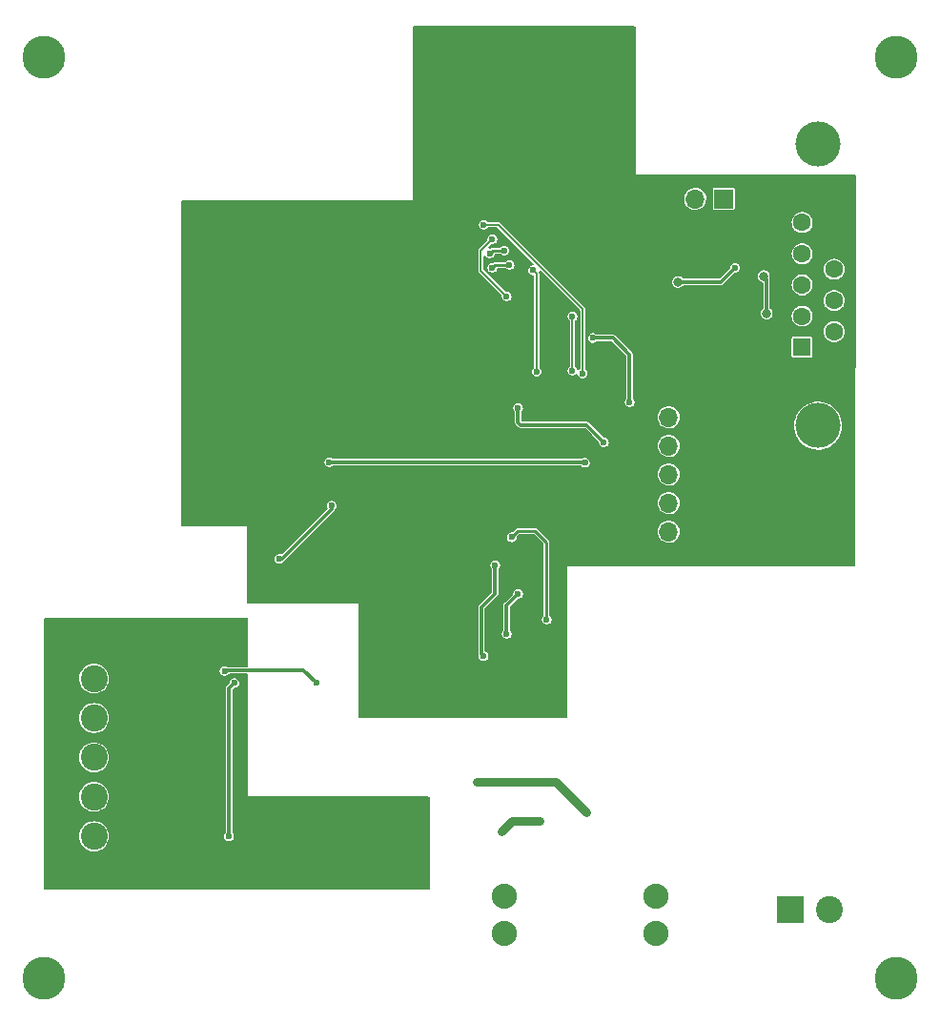
<source format=gbl>
G04 #@! TF.GenerationSoftware,KiCad,Pcbnew,(6.0.5)*
G04 #@! TF.CreationDate,2023-02-25T22:29:41-07:00*
G04 #@! TF.ProjectId,EVCU,45564355-2e6b-4696-9361-645f70636258,rev?*
G04 #@! TF.SameCoordinates,Original*
G04 #@! TF.FileFunction,Copper,L2,Bot*
G04 #@! TF.FilePolarity,Positive*
%FSLAX46Y46*%
G04 Gerber Fmt 4.6, Leading zero omitted, Abs format (unit mm)*
G04 Created by KiCad (PCBNEW (6.0.5)) date 2023-02-25 22:29:41*
%MOMM*%
%LPD*%
G01*
G04 APERTURE LIST*
G04 #@! TA.AperFunction,ComponentPad*
%ADD10C,3.800000*%
G04 #@! TD*
G04 #@! TA.AperFunction,ComponentPad*
%ADD11R,2.400000X2.400000*%
G04 #@! TD*
G04 #@! TA.AperFunction,ComponentPad*
%ADD12C,2.400000*%
G04 #@! TD*
G04 #@! TA.AperFunction,ComponentPad*
%ADD13C,2.235200*%
G04 #@! TD*
G04 #@! TA.AperFunction,ComponentPad*
%ADD14R,1.700000X1.700000*%
G04 #@! TD*
G04 #@! TA.AperFunction,ComponentPad*
%ADD15O,1.700000X1.700000*%
G04 #@! TD*
G04 #@! TA.AperFunction,ComponentPad*
%ADD16C,4.000000*%
G04 #@! TD*
G04 #@! TA.AperFunction,ComponentPad*
%ADD17R,1.600000X1.600000*%
G04 #@! TD*
G04 #@! TA.AperFunction,ComponentPad*
%ADD18C,1.600000*%
G04 #@! TD*
G04 #@! TA.AperFunction,ViaPad*
%ADD19C,0.800000*%
G04 #@! TD*
G04 #@! TA.AperFunction,ViaPad*
%ADD20C,0.600000*%
G04 #@! TD*
G04 #@! TA.AperFunction,Conductor*
%ADD21C,0.800000*%
G04 #@! TD*
G04 #@! TA.AperFunction,Conductor*
%ADD22C,0.300000*%
G04 #@! TD*
G04 #@! TA.AperFunction,Conductor*
%ADD23C,0.250000*%
G04 #@! TD*
G04 #@! TA.AperFunction,Conductor*
%ADD24C,0.200000*%
G04 #@! TD*
G04 APERTURE END LIST*
D10*
X83820000Y-45466000D03*
X159512000Y-45466000D03*
D11*
X150091200Y-121194600D03*
D12*
X153591200Y-121194600D03*
D13*
X138153808Y-123288256D03*
X138153808Y-119986256D03*
X124691808Y-123288256D03*
X124691808Y-119986256D03*
D14*
X144204531Y-58055200D03*
D15*
X141664531Y-58055200D03*
D14*
X139319000Y-74904600D03*
D15*
X139319000Y-77444600D03*
X139319000Y-79984600D03*
X139319000Y-82524600D03*
X139319000Y-85064600D03*
X139319000Y-87604600D03*
D10*
X159512000Y-127254000D03*
D11*
X88279200Y-97142600D03*
D12*
X88279200Y-100642600D03*
X88279200Y-104142600D03*
X88279200Y-107642600D03*
X88279200Y-111142600D03*
X88279200Y-114642600D03*
D16*
X152594869Y-78185200D03*
X152594869Y-53185200D03*
D17*
X151174869Y-71225200D03*
D18*
X151174869Y-68455200D03*
X151174869Y-65685200D03*
X151174869Y-62915200D03*
X151174869Y-60145200D03*
X154014869Y-69840200D03*
X154014869Y-67070200D03*
X154014869Y-64300200D03*
X154014869Y-61530200D03*
D10*
X83820000Y-127254000D03*
D19*
X98256400Y-82439200D03*
D20*
X119761000Y-91981500D03*
X136740431Y-70694200D03*
D19*
X115265200Y-103282600D03*
D20*
X101041200Y-78375200D03*
X131419600Y-79959200D03*
X124570800Y-99838200D03*
X104648000Y-72390000D03*
D19*
X125942400Y-45355200D03*
D20*
X121285000Y-94488000D03*
X120777000Y-66090800D03*
X121513600Y-58826400D03*
D19*
X115265200Y-102082600D03*
D20*
X104698800Y-76911200D03*
X122894400Y-58563200D03*
X124714000Y-92202000D03*
X114935000Y-93481200D03*
X125603000Y-65405000D03*
X118237000Y-66090800D03*
X130184200Y-87926700D03*
X109220000Y-65151000D03*
X138416831Y-58197400D03*
X128736400Y-68977200D03*
X108585000Y-90424000D03*
D19*
X98806000Y-113030000D03*
X117475000Y-113665000D03*
X117475000Y-112522000D03*
D20*
X122231200Y-109782600D03*
D19*
X116840000Y-111760000D03*
X98806000Y-98552000D03*
X132029200Y-112496600D03*
X98806000Y-105410000D03*
D20*
X127870000Y-113262400D03*
X124466400Y-114202200D03*
X131876800Y-81483200D03*
X109178400Y-81423200D03*
X109407000Y-85284000D03*
X104749600Y-90017600D03*
X132597200Y-70399600D03*
X135848400Y-76089200D03*
X125942400Y-76597200D03*
X133562400Y-79645200D03*
X100279200Y-114655600D03*
X100736400Y-101041200D03*
X108000800Y-101041200D03*
X99872800Y-99974400D03*
D19*
X147755531Y-64913200D03*
X148009531Y-68215200D03*
D20*
X145215531Y-64151200D03*
D19*
X140135531Y-65421200D03*
D20*
X122885200Y-98653600D03*
X123910400Y-90567200D03*
X128482400Y-95393200D03*
X125369200Y-88092400D03*
X124926400Y-96663200D03*
X125942400Y-93107200D03*
X131682800Y-73549200D03*
X122894400Y-60341200D03*
X127254000Y-64389000D03*
X127593400Y-73380213D03*
X130768400Y-68469200D03*
X130768400Y-73295200D03*
X124926400Y-66691200D03*
X123656400Y-61611200D03*
X123656400Y-64151200D03*
X125180400Y-63897200D03*
X123420900Y-62881200D03*
X124715900Y-62627200D03*
D21*
X132029200Y-112496600D02*
X129315200Y-109782600D01*
X129315200Y-109782600D02*
X122231200Y-109782600D01*
X125406200Y-113262400D02*
X124466400Y-114202200D01*
X127870000Y-113262400D02*
X125406200Y-113262400D01*
D22*
X131876800Y-81483200D02*
X131816800Y-81423200D01*
X131816800Y-81423200D02*
X109178400Y-81423200D01*
X104749600Y-90017600D02*
X104952800Y-90017600D01*
X109407000Y-85563400D02*
X109407000Y-85284000D01*
X104952800Y-90017600D02*
X109407000Y-85563400D01*
X134375200Y-70399600D02*
X135848400Y-71872800D01*
X135848400Y-71872800D02*
X135848400Y-76089200D01*
X132597200Y-70399600D02*
X134375200Y-70399600D01*
X126196400Y-78121200D02*
X125942400Y-77867200D01*
X125942400Y-77867200D02*
X125942400Y-76597200D01*
X133562400Y-79645200D02*
X132038400Y-78121200D01*
X132038400Y-78121200D02*
X126196400Y-78121200D01*
X100279200Y-101498400D02*
X100736400Y-101041200D01*
X100279200Y-114655600D02*
X100279200Y-101498400D01*
X108000800Y-101041200D02*
X106883200Y-99923600D01*
X106883200Y-99923600D02*
X99923600Y-99923600D01*
X99923600Y-99923600D02*
X99872800Y-99974400D01*
X143945531Y-65421200D02*
X140135531Y-65421200D01*
X148009531Y-65167200D02*
X147755531Y-64913200D01*
X145215531Y-64151200D02*
X143945531Y-65421200D01*
X148009531Y-68215200D02*
X148009531Y-65167200D01*
X122885200Y-98653600D02*
X122682000Y-98450400D01*
X122682000Y-98450400D02*
X122682000Y-94335600D01*
X122682000Y-94335600D02*
X123910400Y-93107200D01*
X123910400Y-93107200D02*
X123910400Y-90567200D01*
D23*
X127466400Y-87519200D02*
X125942400Y-87519200D01*
X128482400Y-95393200D02*
X128482400Y-88535200D01*
X125942400Y-87519200D02*
X125369200Y-88092400D01*
X128482400Y-88535200D02*
X127466400Y-87519200D01*
D22*
X124926400Y-96663200D02*
X124926400Y-94123200D01*
X124926400Y-94123200D02*
X125942400Y-93107200D01*
D24*
X131682800Y-67834200D02*
X127695000Y-63846400D01*
X131682800Y-73549200D02*
X131682800Y-67834200D01*
X127695000Y-63846400D02*
X124189800Y-60341200D01*
X124189800Y-60341200D02*
X122894400Y-60341200D01*
X127593400Y-73380213D02*
X127593400Y-64728400D01*
X127593400Y-64728400D02*
X127254000Y-64389000D01*
X130768400Y-68469200D02*
X130768400Y-73295200D01*
X122640400Y-64405200D02*
X122640400Y-62627200D01*
X124926400Y-66691200D02*
X122640400Y-64405200D01*
X122640400Y-62627200D02*
X123656400Y-61611200D01*
D23*
X125180400Y-63897200D02*
X123910400Y-63897200D01*
X123910400Y-63897200D02*
X123656400Y-64151200D01*
X123674900Y-62627200D02*
X123420900Y-62881200D01*
X124715900Y-62627200D02*
X123674900Y-62627200D01*
G04 #@! TA.AperFunction,Conductor*
G36*
X126610598Y-42696870D02*
G01*
X136272008Y-42697320D01*
X136340126Y-42717325D01*
X136386616Y-42770983D01*
X136398000Y-42823320D01*
X136398000Y-55880000D01*
X155829867Y-55880000D01*
X155897988Y-55900002D01*
X155944481Y-55953658D01*
X155955867Y-56006133D01*
X155919503Y-90552094D01*
X155899429Y-90620193D01*
X155845725Y-90666630D01*
X155793503Y-90677961D01*
X133525010Y-90677995D01*
X130302000Y-90678000D01*
X130302000Y-104014000D01*
X130281998Y-104082121D01*
X130228342Y-104128614D01*
X130176000Y-104140000D01*
X111886000Y-104140000D01*
X111817879Y-104119998D01*
X111771386Y-104066342D01*
X111760000Y-104014000D01*
X111760000Y-94321809D01*
X122400031Y-94321809D01*
X122401600Y-94333339D01*
X122401600Y-94333340D01*
X122403349Y-94346192D01*
X122404500Y-94363181D01*
X122404500Y-98402449D01*
X122404357Y-98404398D01*
X122402722Y-98409159D01*
X122403157Y-98420739D01*
X122404411Y-98454152D01*
X122404500Y-98458879D01*
X122404500Y-98476210D01*
X122405335Y-98480694D01*
X122405507Y-98483348D01*
X122406600Y-98512464D01*
X122411192Y-98523152D01*
X122412804Y-98530306D01*
X122413849Y-98533746D01*
X122416491Y-98540592D01*
X122418621Y-98552030D01*
X122424727Y-98561935D01*
X122430192Y-98570801D01*
X122438700Y-98587181D01*
X122444346Y-98600323D01*
X122453591Y-98646688D01*
X122453336Y-98648324D01*
X122454500Y-98657225D01*
X122454500Y-98657228D01*
X122456033Y-98668948D01*
X122469214Y-98769745D01*
X122518533Y-98881830D01*
X122597327Y-98975568D01*
X122699264Y-99043423D01*
X122816148Y-99079940D01*
X122938583Y-99082184D01*
X122956634Y-99077263D01*
X123048063Y-99052337D01*
X123056727Y-99049975D01*
X123161081Y-98985901D01*
X123243258Y-98895113D01*
X123296651Y-98784911D01*
X123299203Y-98769745D01*
X123316160Y-98668948D01*
X123316967Y-98664152D01*
X123317096Y-98653600D01*
X123307584Y-98587181D01*
X123301009Y-98541267D01*
X123301008Y-98541264D01*
X123299736Y-98532381D01*
X123249052Y-98420907D01*
X123169118Y-98328139D01*
X123066360Y-98261535D01*
X123049395Y-98256461D01*
X122989863Y-98217779D01*
X122960694Y-98153051D01*
X122959500Y-98135745D01*
X122959500Y-96657924D01*
X124494536Y-96657924D01*
X124495700Y-96666826D01*
X124495700Y-96666829D01*
X124509250Y-96770446D01*
X124510414Y-96779345D01*
X124559733Y-96891430D01*
X124638527Y-96985168D01*
X124740464Y-97053023D01*
X124857348Y-97089540D01*
X124979783Y-97091784D01*
X124997834Y-97086863D01*
X125089263Y-97061937D01*
X125097927Y-97059575D01*
X125202281Y-96995501D01*
X125284458Y-96904713D01*
X125337851Y-96794511D01*
X125340403Y-96779345D01*
X125357360Y-96678548D01*
X125358167Y-96673752D01*
X125358296Y-96663200D01*
X125340936Y-96541981D01*
X125290252Y-96430507D01*
X125234447Y-96365742D01*
X125205133Y-96301079D01*
X125203900Y-96283494D01*
X125203900Y-94290335D01*
X125223902Y-94222214D01*
X125240805Y-94201240D01*
X125870007Y-93572038D01*
X125932319Y-93538012D01*
X125961410Y-93535154D01*
X125995783Y-93535784D01*
X126113927Y-93503575D01*
X126218281Y-93439501D01*
X126300458Y-93348713D01*
X126353851Y-93238511D01*
X126356701Y-93221574D01*
X126373360Y-93122548D01*
X126374167Y-93117752D01*
X126374296Y-93107200D01*
X126356936Y-92985981D01*
X126306252Y-92874507D01*
X126226318Y-92781739D01*
X126123560Y-92715135D01*
X126006238Y-92680048D01*
X125997262Y-92679993D01*
X125997261Y-92679993D01*
X125946883Y-92679685D01*
X125883785Y-92679300D01*
X125766044Y-92712951D01*
X125662480Y-92778295D01*
X125581418Y-92870079D01*
X125529376Y-92980926D01*
X125511451Y-93096050D01*
X125511450Y-93096052D01*
X125510557Y-93101792D01*
X125510536Y-93101924D01*
X125509689Y-93101792D01*
X125491069Y-93162463D01*
X125475003Y-93182152D01*
X124764087Y-93893068D01*
X124762603Y-93894349D01*
X124758082Y-93896559D01*
X124750199Y-93905057D01*
X124727460Y-93929570D01*
X124724180Y-93932975D01*
X124711927Y-93945228D01*
X124709347Y-93948989D01*
X124707590Y-93950990D01*
X124687777Y-93972349D01*
X124683465Y-93983156D01*
X124679551Y-93989348D01*
X124677851Y-93992531D01*
X124674882Y-93999231D01*
X124668300Y-94008826D01*
X124665614Y-94020145D01*
X124663207Y-94030286D01*
X124657644Y-94047874D01*
X124649469Y-94068366D01*
X124648900Y-94074170D01*
X124648900Y-94077249D01*
X124648750Y-94080322D01*
X124648377Y-94080304D01*
X124647655Y-94086470D01*
X124647686Y-94086472D01*
X124647118Y-94098087D01*
X124644431Y-94109409D01*
X124646000Y-94120939D01*
X124646000Y-94120940D01*
X124647749Y-94133792D01*
X124648900Y-94150781D01*
X124648900Y-96283880D01*
X124628898Y-96352001D01*
X124617341Y-96367288D01*
X124565418Y-96426079D01*
X124513376Y-96536926D01*
X124494536Y-96657924D01*
X122959500Y-96657924D01*
X122959500Y-94502735D01*
X122979502Y-94434614D01*
X122996405Y-94413640D01*
X124072713Y-93337332D01*
X124074197Y-93336051D01*
X124078718Y-93333841D01*
X124109340Y-93300830D01*
X124112620Y-93297425D01*
X124124873Y-93285172D01*
X124127453Y-93281411D01*
X124129210Y-93279410D01*
X124141112Y-93266579D01*
X124149023Y-93258051D01*
X124153335Y-93247244D01*
X124157249Y-93241052D01*
X124158949Y-93237869D01*
X124161918Y-93231169D01*
X124168500Y-93221574D01*
X124173593Y-93200114D01*
X124179157Y-93182522D01*
X124179305Y-93182152D01*
X124187331Y-93162034D01*
X124187900Y-93156230D01*
X124187900Y-93153151D01*
X124188050Y-93150078D01*
X124188423Y-93150096D01*
X124189145Y-93143930D01*
X124189114Y-93143928D01*
X124189682Y-93132313D01*
X124192369Y-93120991D01*
X124189051Y-93096608D01*
X124187900Y-93079619D01*
X124187900Y-90946268D01*
X124207902Y-90878147D01*
X124220485Y-90861713D01*
X124262435Y-90815367D01*
X124268458Y-90808713D01*
X124321851Y-90698511D01*
X124324403Y-90683345D01*
X124341360Y-90582548D01*
X124342167Y-90577752D01*
X124342296Y-90567200D01*
X124324936Y-90445981D01*
X124274252Y-90334507D01*
X124250921Y-90307429D01*
X124200176Y-90248537D01*
X124200174Y-90248535D01*
X124194318Y-90241739D01*
X124091560Y-90175135D01*
X123974238Y-90140048D01*
X123965262Y-90139993D01*
X123965261Y-90139993D01*
X123914883Y-90139685D01*
X123851785Y-90139300D01*
X123734044Y-90172951D01*
X123630480Y-90238295D01*
X123624537Y-90245024D01*
X123606215Y-90265770D01*
X123549418Y-90330079D01*
X123497376Y-90440926D01*
X123495995Y-90449795D01*
X123480067Y-90552094D01*
X123478536Y-90561924D01*
X123479700Y-90570826D01*
X123479700Y-90570829D01*
X123492228Y-90666630D01*
X123494414Y-90683345D01*
X123543733Y-90795430D01*
X123549512Y-90802305D01*
X123603351Y-90866355D01*
X123631872Y-90931371D01*
X123632900Y-90947430D01*
X123632900Y-92940065D01*
X123612898Y-93008186D01*
X123595995Y-93029160D01*
X122519687Y-94105468D01*
X122518203Y-94106749D01*
X122513682Y-94108959D01*
X122505799Y-94117457D01*
X122483060Y-94141970D01*
X122479780Y-94145375D01*
X122467527Y-94157628D01*
X122464947Y-94161389D01*
X122463190Y-94163390D01*
X122443377Y-94184749D01*
X122439065Y-94195556D01*
X122435151Y-94201748D01*
X122433451Y-94204931D01*
X122430482Y-94211631D01*
X122423900Y-94221226D01*
X122421214Y-94232545D01*
X122418807Y-94242686D01*
X122413244Y-94260274D01*
X122405069Y-94280766D01*
X122404500Y-94286570D01*
X122404500Y-94289649D01*
X122404350Y-94292722D01*
X122403977Y-94292704D01*
X122403255Y-94298870D01*
X122403286Y-94298872D01*
X122402718Y-94310487D01*
X122400031Y-94321809D01*
X111760000Y-94321809D01*
X111760000Y-93980000D01*
X101980000Y-93980000D01*
X101911879Y-93959998D01*
X101865386Y-93906342D01*
X101854000Y-93854000D01*
X101854000Y-90012324D01*
X104317736Y-90012324D01*
X104333614Y-90133745D01*
X104382933Y-90245830D01*
X104461727Y-90339568D01*
X104563664Y-90407423D01*
X104644891Y-90432800D01*
X104670901Y-90440926D01*
X104680548Y-90443940D01*
X104802983Y-90446184D01*
X104821034Y-90441263D01*
X104912463Y-90416337D01*
X104921127Y-90413975D01*
X105025481Y-90349901D01*
X105107658Y-90259113D01*
X105107893Y-90259326D01*
X105125510Y-90242418D01*
X105123910Y-90240653D01*
X105132528Y-90232838D01*
X105142431Y-90226734D01*
X105157333Y-90207138D01*
X105168528Y-90194317D01*
X107275721Y-88087124D01*
X124937336Y-88087124D01*
X124938500Y-88096026D01*
X124938500Y-88096029D01*
X124948887Y-88175457D01*
X124953214Y-88208545D01*
X125002533Y-88320630D01*
X125081327Y-88414368D01*
X125183264Y-88482223D01*
X125300148Y-88518740D01*
X125422583Y-88520984D01*
X125440634Y-88516063D01*
X125532063Y-88491137D01*
X125540727Y-88488775D01*
X125645081Y-88424701D01*
X125654621Y-88414162D01*
X125716079Y-88346263D01*
X125727258Y-88333913D01*
X125780651Y-88223711D01*
X125783203Y-88208545D01*
X125800160Y-88107748D01*
X125800967Y-88102952D01*
X125801096Y-88092400D01*
X125800407Y-88087586D01*
X125800090Y-88082729D01*
X125801628Y-88082629D01*
X125810806Y-88019078D01*
X125836292Y-87982397D01*
X126010084Y-87808605D01*
X126072396Y-87774579D01*
X126099179Y-87771700D01*
X127309621Y-87771700D01*
X127377742Y-87791702D01*
X127398716Y-87808605D01*
X128192995Y-88602884D01*
X128227021Y-88665196D01*
X128229900Y-88691979D01*
X128229900Y-94985573D01*
X128209898Y-95053694D01*
X128198341Y-95068981D01*
X128121418Y-95156079D01*
X128069376Y-95266926D01*
X128050536Y-95387924D01*
X128051700Y-95396826D01*
X128051700Y-95396829D01*
X128065250Y-95500446D01*
X128066414Y-95509345D01*
X128115733Y-95621430D01*
X128194527Y-95715168D01*
X128296464Y-95783023D01*
X128413348Y-95819540D01*
X128535783Y-95821784D01*
X128553834Y-95816863D01*
X128645263Y-95791937D01*
X128653927Y-95789575D01*
X128758281Y-95725501D01*
X128840458Y-95634713D01*
X128893851Y-95524511D01*
X128896403Y-95509345D01*
X128913360Y-95408548D01*
X128914167Y-95403752D01*
X128914296Y-95393200D01*
X128896936Y-95271981D01*
X128846252Y-95160507D01*
X128766318Y-95067739D01*
X128768985Y-95065441D01*
X128739882Y-95019812D01*
X128734900Y-94984731D01*
X128734900Y-88572486D01*
X128737321Y-88547903D01*
X128737427Y-88547370D01*
X128739848Y-88535200D01*
X128734156Y-88506583D01*
X128723295Y-88451986D01*
X128722671Y-88448850D01*
X128720250Y-88436679D01*
X128705343Y-88414368D01*
X128671336Y-88363473D01*
X128664443Y-88353157D01*
X128654128Y-88346265D01*
X128654126Y-88346263D01*
X128653671Y-88345959D01*
X128634578Y-88330289D01*
X127895175Y-87590886D01*
X138336866Y-87590886D01*
X138337382Y-87597030D01*
X138352050Y-87771700D01*
X138352907Y-87781911D01*
X138354606Y-87787836D01*
X138403400Y-87958000D01*
X138405746Y-87966183D01*
X138408561Y-87971660D01*
X138408562Y-87971663D01*
X138465642Y-88082729D01*
X138493370Y-88136682D01*
X138497193Y-88141506D01*
X138497196Y-88141510D01*
X138568749Y-88231786D01*
X138612443Y-88286914D01*
X138617137Y-88290908D01*
X138617137Y-88290909D01*
X138702400Y-88363473D01*
X138758428Y-88411157D01*
X138925765Y-88504679D01*
X139108081Y-88563917D01*
X139298430Y-88586615D01*
X139304565Y-88586143D01*
X139304567Y-88586143D01*
X139483420Y-88572381D01*
X139483424Y-88572380D01*
X139489562Y-88571908D01*
X139674199Y-88520356D01*
X139845305Y-88433924D01*
X139851100Y-88429397D01*
X139991509Y-88319697D01*
X139996365Y-88315903D01*
X140089034Y-88208545D01*
X140117595Y-88175457D01*
X140117596Y-88175455D01*
X140121624Y-88170789D01*
X140216312Y-88004109D01*
X140276821Y-87822212D01*
X140300847Y-87632025D01*
X140301230Y-87604600D01*
X140282524Y-87413817D01*
X140227117Y-87230301D01*
X140169532Y-87121999D01*
X140140014Y-87066484D01*
X140140012Y-87066481D01*
X140137120Y-87061042D01*
X140015962Y-86912487D01*
X139952081Y-86859640D01*
X139873006Y-86794223D01*
X139873002Y-86794221D01*
X139868256Y-86790294D01*
X139699629Y-86699118D01*
X139608067Y-86670775D01*
X139522392Y-86644254D01*
X139522389Y-86644253D01*
X139516505Y-86642432D01*
X139510380Y-86641788D01*
X139510379Y-86641788D01*
X139331985Y-86623038D01*
X139331984Y-86623038D01*
X139325857Y-86622394D01*
X139245779Y-86629682D01*
X139141087Y-86639209D01*
X139141084Y-86639210D01*
X139134948Y-86639768D01*
X139129042Y-86641506D01*
X139129038Y-86641507D01*
X138993622Y-86681362D01*
X138951050Y-86693892D01*
X138945590Y-86696746D01*
X138945591Y-86696746D01*
X138786627Y-86779850D01*
X138786623Y-86779853D01*
X138781167Y-86782705D01*
X138776367Y-86786565D01*
X138776366Y-86786565D01*
X138771728Y-86790294D01*
X138631770Y-86902823D01*
X138508549Y-87049672D01*
X138505585Y-87055064D01*
X138505582Y-87055068D01*
X138468792Y-87121989D01*
X138416198Y-87217658D01*
X138414337Y-87223525D01*
X138414336Y-87223527D01*
X138375018Y-87347474D01*
X138358234Y-87400383D01*
X138336866Y-87590886D01*
X127895175Y-87590886D01*
X127671311Y-87367022D01*
X127655641Y-87347929D01*
X127655337Y-87347474D01*
X127655335Y-87347472D01*
X127648443Y-87337157D01*
X127564921Y-87281350D01*
X127549614Y-87278305D01*
X127466400Y-87261752D01*
X127453697Y-87264279D01*
X127429114Y-87266700D01*
X125979686Y-87266700D01*
X125955103Y-87264279D01*
X125942400Y-87261752D01*
X125930229Y-87264173D01*
X125917526Y-87266700D01*
X125843879Y-87281350D01*
X125760357Y-87337157D01*
X125753465Y-87347472D01*
X125753463Y-87347474D01*
X125753159Y-87347929D01*
X125737489Y-87367022D01*
X125476450Y-87628061D01*
X125414138Y-87662087D01*
X125386586Y-87664964D01*
X125347330Y-87664724D01*
X125310585Y-87664500D01*
X125192844Y-87698151D01*
X125089280Y-87763495D01*
X125008218Y-87855279D01*
X124956176Y-87966126D01*
X124954795Y-87974995D01*
X124953643Y-87982397D01*
X124937336Y-88087124D01*
X107275721Y-88087124D01*
X109569313Y-85793532D01*
X109570797Y-85792251D01*
X109575318Y-85790041D01*
X109605940Y-85757030D01*
X109609220Y-85753625D01*
X109621473Y-85741372D01*
X109624053Y-85737611D01*
X109625810Y-85735610D01*
X109637712Y-85722779D01*
X109645623Y-85714251D01*
X109649935Y-85703444D01*
X109653849Y-85697252D01*
X109655549Y-85694069D01*
X109658518Y-85687369D01*
X109665100Y-85677774D01*
X109670193Y-85656314D01*
X109675756Y-85638725D01*
X109677739Y-85633754D01*
X109701351Y-85595895D01*
X109710722Y-85585542D01*
X109765058Y-85525513D01*
X109818451Y-85415311D01*
X109821003Y-85400145D01*
X109837960Y-85299348D01*
X109838767Y-85294552D01*
X109838896Y-85284000D01*
X109821536Y-85162781D01*
X109770852Y-85051307D01*
X109770489Y-85050886D01*
X138336866Y-85050886D01*
X138352907Y-85241911D01*
X138354606Y-85247836D01*
X138402629Y-85415311D01*
X138405746Y-85426183D01*
X138493370Y-85596682D01*
X138497193Y-85601506D01*
X138497196Y-85601510D01*
X138557643Y-85677774D01*
X138612443Y-85746914D01*
X138758428Y-85871157D01*
X138925765Y-85964679D01*
X139108081Y-86023917D01*
X139298430Y-86046615D01*
X139304565Y-86046143D01*
X139304567Y-86046143D01*
X139483420Y-86032381D01*
X139483424Y-86032380D01*
X139489562Y-86031908D01*
X139674199Y-85980356D01*
X139845305Y-85893924D01*
X139870600Y-85874162D01*
X139991509Y-85779697D01*
X139996365Y-85775903D01*
X140012656Y-85757030D01*
X140117595Y-85635457D01*
X140117596Y-85635455D01*
X140121624Y-85630789D01*
X140216312Y-85464109D01*
X140276821Y-85282212D01*
X140300847Y-85092025D01*
X140301230Y-85064600D01*
X140282524Y-84873817D01*
X140227117Y-84690301D01*
X140137120Y-84521042D01*
X140015962Y-84372487D01*
X139952081Y-84319640D01*
X139873006Y-84254223D01*
X139873002Y-84254221D01*
X139868256Y-84250294D01*
X139699629Y-84159118D01*
X139608067Y-84130775D01*
X139522392Y-84104254D01*
X139522389Y-84104253D01*
X139516505Y-84102432D01*
X139510380Y-84101788D01*
X139510379Y-84101788D01*
X139331985Y-84083038D01*
X139331984Y-84083038D01*
X139325857Y-84082394D01*
X139245779Y-84089682D01*
X139141087Y-84099209D01*
X139141084Y-84099210D01*
X139134948Y-84099768D01*
X139129042Y-84101506D01*
X139129038Y-84101507D01*
X138993622Y-84141362D01*
X138951050Y-84153892D01*
X138945590Y-84156746D01*
X138945591Y-84156746D01*
X138786627Y-84239850D01*
X138786623Y-84239853D01*
X138781167Y-84242705D01*
X138776367Y-84246565D01*
X138776366Y-84246565D01*
X138771728Y-84250294D01*
X138631770Y-84362823D01*
X138508549Y-84509672D01*
X138505585Y-84515064D01*
X138505582Y-84515068D01*
X138430110Y-84652352D01*
X138416198Y-84677658D01*
X138358234Y-84860383D01*
X138336866Y-85050886D01*
X109770489Y-85050886D01*
X109690918Y-84958539D01*
X109588160Y-84891935D01*
X109470838Y-84856848D01*
X109461862Y-84856793D01*
X109461861Y-84856793D01*
X109411483Y-84856485D01*
X109348385Y-84856100D01*
X109230644Y-84889751D01*
X109127080Y-84955095D01*
X109046018Y-85046879D01*
X108993976Y-85157726D01*
X108975136Y-85278724D01*
X108976300Y-85287626D01*
X108976300Y-85287629D01*
X108989850Y-85391246D01*
X108991014Y-85400145D01*
X109013378Y-85450971D01*
X109022506Y-85521376D01*
X108992119Y-85585542D01*
X108987144Y-85590811D01*
X105000598Y-89577357D01*
X104938286Y-89611383D01*
X104875401Y-89608979D01*
X104873587Y-89608437D01*
X104813438Y-89590448D01*
X104804462Y-89590393D01*
X104804461Y-89590393D01*
X104754083Y-89590085D01*
X104690985Y-89589700D01*
X104573244Y-89623351D01*
X104469680Y-89688695D01*
X104388618Y-89780479D01*
X104336576Y-89891326D01*
X104317736Y-90012324D01*
X101854000Y-90012324D01*
X101854000Y-87122000D01*
X101284874Y-87121999D01*
X96115306Y-87121989D01*
X96047185Y-87101987D01*
X96000692Y-87048331D01*
X95989306Y-86995927D01*
X95991502Y-82510886D01*
X138336866Y-82510886D01*
X138352907Y-82701911D01*
X138354606Y-82707836D01*
X138362709Y-82736093D01*
X138405746Y-82886183D01*
X138493370Y-83056682D01*
X138497193Y-83061506D01*
X138497196Y-83061510D01*
X138604904Y-83197402D01*
X138612443Y-83206914D01*
X138758428Y-83331157D01*
X138925765Y-83424679D01*
X139108081Y-83483917D01*
X139298430Y-83506615D01*
X139304565Y-83506143D01*
X139304567Y-83506143D01*
X139483420Y-83492381D01*
X139483424Y-83492380D01*
X139489562Y-83491908D01*
X139674199Y-83440356D01*
X139845305Y-83353924D01*
X139870600Y-83334162D01*
X139991509Y-83239697D01*
X139996365Y-83235903D01*
X140121624Y-83090789D01*
X140216312Y-82924109D01*
X140276821Y-82742212D01*
X140300847Y-82552025D01*
X140301230Y-82524600D01*
X140282524Y-82333817D01*
X140227117Y-82150301D01*
X140137120Y-81981042D01*
X140080500Y-81911619D01*
X140019856Y-81837261D01*
X140019854Y-81837259D01*
X140015962Y-81832487D01*
X139952081Y-81779640D01*
X139873006Y-81714223D01*
X139873002Y-81714221D01*
X139868256Y-81710294D01*
X139699629Y-81619118D01*
X139608067Y-81590775D01*
X139522392Y-81564254D01*
X139522389Y-81564253D01*
X139516505Y-81562432D01*
X139510380Y-81561788D01*
X139510379Y-81561788D01*
X139331985Y-81543038D01*
X139331984Y-81543038D01*
X139325857Y-81542394D01*
X139245779Y-81549682D01*
X139141087Y-81559209D01*
X139141084Y-81559210D01*
X139134948Y-81559768D01*
X139129042Y-81561506D01*
X139129038Y-81561507D01*
X138993622Y-81601362D01*
X138951050Y-81613892D01*
X138945590Y-81616746D01*
X138945591Y-81616746D01*
X138786627Y-81699850D01*
X138786623Y-81699853D01*
X138781167Y-81702705D01*
X138776367Y-81706565D01*
X138776366Y-81706565D01*
X138745519Y-81731367D01*
X138631770Y-81822823D01*
X138508549Y-81969672D01*
X138505585Y-81975064D01*
X138505582Y-81975068D01*
X138430110Y-82112352D01*
X138416198Y-82137658D01*
X138358234Y-82320383D01*
X138336866Y-82510886D01*
X95991502Y-82510886D01*
X95992037Y-81417924D01*
X108746536Y-81417924D01*
X108762414Y-81539345D01*
X108791594Y-81605662D01*
X108798805Y-81622048D01*
X108811733Y-81651430D01*
X108890527Y-81745168D01*
X108898004Y-81750145D01*
X108980664Y-81805168D01*
X108992464Y-81813023D01*
X109109348Y-81849540D01*
X109231783Y-81851784D01*
X109249834Y-81846863D01*
X109341263Y-81821937D01*
X109349927Y-81819575D01*
X109454281Y-81755501D01*
X109460307Y-81748844D01*
X109466370Y-81742146D01*
X109526913Y-81705064D01*
X109559786Y-81700700D01*
X131442426Y-81700700D01*
X131510547Y-81720702D01*
X131538876Y-81745624D01*
X131588927Y-81805168D01*
X131690864Y-81873023D01*
X131807748Y-81909540D01*
X131930183Y-81911784D01*
X131948234Y-81906863D01*
X132039663Y-81881937D01*
X132048327Y-81879575D01*
X132131409Y-81828562D01*
X132145033Y-81820197D01*
X132152681Y-81815501D01*
X132234858Y-81724713D01*
X132288251Y-81614511D01*
X132308567Y-81493752D01*
X132308696Y-81483200D01*
X132291336Y-81361981D01*
X132240652Y-81250507D01*
X132192139Y-81194205D01*
X132166576Y-81164537D01*
X132166574Y-81164535D01*
X132160718Y-81157739D01*
X132057960Y-81091135D01*
X131940638Y-81056048D01*
X131931662Y-81055993D01*
X131931661Y-81055993D01*
X131881283Y-81055685D01*
X131818185Y-81055300D01*
X131700444Y-81088951D01*
X131692854Y-81093740D01*
X131641309Y-81126262D01*
X131574074Y-81145700D01*
X109561398Y-81145700D01*
X109493277Y-81125698D01*
X109475275Y-81110056D01*
X109474941Y-81110439D01*
X109468176Y-81104537D01*
X109462318Y-81097739D01*
X109359560Y-81031135D01*
X109242238Y-80996048D01*
X109233262Y-80995993D01*
X109233261Y-80995993D01*
X109182883Y-80995685D01*
X109119785Y-80995300D01*
X109002044Y-81028951D01*
X108898480Y-81094295D01*
X108892537Y-81101024D01*
X108836444Y-81164537D01*
X108817418Y-81186079D01*
X108765376Y-81296926D01*
X108763995Y-81305795D01*
X108755247Y-81361981D01*
X108746536Y-81417924D01*
X95992037Y-81417924D01*
X95994400Y-76591924D01*
X125510536Y-76591924D01*
X125511700Y-76600826D01*
X125511700Y-76600829D01*
X125515606Y-76630696D01*
X125526414Y-76713345D01*
X125575733Y-76825430D01*
X125635275Y-76896264D01*
X125635351Y-76896355D01*
X125663872Y-76961371D01*
X125664900Y-76977430D01*
X125664900Y-77819249D01*
X125664757Y-77821198D01*
X125663122Y-77825959D01*
X125664516Y-77863100D01*
X125664811Y-77870952D01*
X125664900Y-77875679D01*
X125664900Y-77893010D01*
X125665735Y-77897494D01*
X125665907Y-77900148D01*
X125667000Y-77929264D01*
X125671592Y-77939952D01*
X125673204Y-77947106D01*
X125674249Y-77950546D01*
X125676891Y-77957392D01*
X125679021Y-77968830D01*
X125690592Y-77987601D01*
X125699099Y-78003977D01*
X125707807Y-78024246D01*
X125711508Y-78028753D01*
X125713690Y-78030935D01*
X125715756Y-78033213D01*
X125715478Y-78033465D01*
X125719325Y-78038330D01*
X125719347Y-78038310D01*
X125727162Y-78046929D01*
X125733266Y-78056831D01*
X125752863Y-78071733D01*
X125765679Y-78082924D01*
X125966269Y-78283514D01*
X125967549Y-78284996D01*
X125969759Y-78289518D01*
X125978258Y-78297402D01*
X125978259Y-78297403D01*
X126002783Y-78320152D01*
X126006188Y-78323432D01*
X126018428Y-78335672D01*
X126022185Y-78338250D01*
X126024188Y-78340009D01*
X126045549Y-78359823D01*
X126056353Y-78364133D01*
X126062552Y-78368052D01*
X126065729Y-78369748D01*
X126072433Y-78372719D01*
X126082026Y-78379300D01*
X126093342Y-78381986D01*
X126093343Y-78381986D01*
X126103486Y-78384393D01*
X126121074Y-78389956D01*
X126141566Y-78398131D01*
X126147370Y-78398700D01*
X126150449Y-78398700D01*
X126153522Y-78398850D01*
X126153504Y-78399223D01*
X126159669Y-78399945D01*
X126159671Y-78399914D01*
X126171287Y-78400482D01*
X126182609Y-78403169D01*
X126194138Y-78401600D01*
X126194139Y-78401600D01*
X126203657Y-78400305D01*
X126206990Y-78399851D01*
X126223981Y-78398700D01*
X131871265Y-78398700D01*
X131939386Y-78418702D01*
X131960360Y-78435605D01*
X132527794Y-79003038D01*
X133095112Y-79570356D01*
X133129137Y-79632668D01*
X133130953Y-79643113D01*
X133141934Y-79727083D01*
X133146414Y-79761345D01*
X133195733Y-79873430D01*
X133274527Y-79967168D01*
X133376464Y-80035023D01*
X133461718Y-80061658D01*
X133476640Y-80066320D01*
X133493348Y-80071540D01*
X133615783Y-80073784D01*
X133633834Y-80068863D01*
X133725263Y-80043937D01*
X133733927Y-80041575D01*
X133838281Y-79977501D01*
X133844269Y-79970886D01*
X138336866Y-79970886D01*
X138352907Y-80161911D01*
X138354606Y-80167836D01*
X138396585Y-80314233D01*
X138405746Y-80346183D01*
X138493370Y-80516682D01*
X138497193Y-80521506D01*
X138497196Y-80521510D01*
X138604904Y-80657402D01*
X138612443Y-80666914D01*
X138758428Y-80791157D01*
X138925765Y-80884679D01*
X139108081Y-80943917D01*
X139298430Y-80966615D01*
X139304565Y-80966143D01*
X139304567Y-80966143D01*
X139483420Y-80952381D01*
X139483424Y-80952380D01*
X139489562Y-80951908D01*
X139674199Y-80900356D01*
X139845305Y-80813924D01*
X139870600Y-80794162D01*
X139991509Y-80699697D01*
X139996365Y-80695903D01*
X140121624Y-80550789D01*
X140216312Y-80384109D01*
X140276821Y-80202212D01*
X140300847Y-80012025D01*
X140301230Y-79984600D01*
X140282524Y-79793817D01*
X140227117Y-79610301D01*
X140199397Y-79558167D01*
X140140014Y-79446484D01*
X140140012Y-79446481D01*
X140137120Y-79441042D01*
X140044791Y-79327835D01*
X140019856Y-79297261D01*
X140019854Y-79297259D01*
X140015962Y-79292487D01*
X139900948Y-79197339D01*
X139873006Y-79174223D01*
X139873002Y-79174221D01*
X139868256Y-79170294D01*
X139699629Y-79079118D01*
X139608067Y-79050775D01*
X139522392Y-79024254D01*
X139522389Y-79024253D01*
X139516505Y-79022432D01*
X139510380Y-79021788D01*
X139510379Y-79021788D01*
X139331985Y-79003038D01*
X139331984Y-79003038D01*
X139325857Y-79002394D01*
X139245779Y-79009682D01*
X139141087Y-79019209D01*
X139141084Y-79019210D01*
X139134948Y-79019768D01*
X139129042Y-79021506D01*
X139129038Y-79021507D01*
X138993622Y-79061362D01*
X138951050Y-79073892D01*
X138945590Y-79076746D01*
X138945591Y-79076746D01*
X138786627Y-79159850D01*
X138786623Y-79159853D01*
X138781167Y-79162705D01*
X138776367Y-79166565D01*
X138776366Y-79166565D01*
X138771728Y-79170294D01*
X138631770Y-79282823D01*
X138627812Y-79287540D01*
X138627810Y-79287542D01*
X138594000Y-79327835D01*
X138508549Y-79429672D01*
X138505585Y-79435064D01*
X138505582Y-79435068D01*
X138464509Y-79509780D01*
X138416198Y-79597658D01*
X138358234Y-79780383D01*
X138336866Y-79970886D01*
X133844269Y-79970886D01*
X133920458Y-79886713D01*
X133973851Y-79776511D01*
X133976403Y-79761345D01*
X133993360Y-79660548D01*
X133994167Y-79655752D01*
X133994296Y-79645200D01*
X133986715Y-79592263D01*
X133978209Y-79532867D01*
X133978208Y-79532864D01*
X133976936Y-79523981D01*
X133926252Y-79412507D01*
X133846318Y-79319739D01*
X133743560Y-79253135D01*
X133626238Y-79218048D01*
X133617262Y-79217993D01*
X133617261Y-79217993D01*
X133578824Y-79217758D01*
X133510827Y-79197339D01*
X133490500Y-79180855D01*
X132268532Y-77958887D01*
X132267251Y-77957403D01*
X132265041Y-77952882D01*
X132232030Y-77922260D01*
X132228625Y-77918980D01*
X132216372Y-77906727D01*
X132212611Y-77904147D01*
X132210610Y-77902390D01*
X132197779Y-77890488D01*
X132189251Y-77882577D01*
X132178444Y-77878265D01*
X132172252Y-77874351D01*
X132169069Y-77872651D01*
X132162369Y-77869682D01*
X132152774Y-77863100D01*
X132131314Y-77858007D01*
X132113726Y-77852444D01*
X132093234Y-77844269D01*
X132087430Y-77843700D01*
X132084351Y-77843700D01*
X132081278Y-77843550D01*
X132081296Y-77843177D01*
X132075130Y-77842455D01*
X132075128Y-77842486D01*
X132063513Y-77841918D01*
X132052191Y-77839231D01*
X132040661Y-77840800D01*
X132040660Y-77840800D01*
X132027808Y-77842549D01*
X132010819Y-77843700D01*
X126363535Y-77843700D01*
X126295414Y-77823698D01*
X126274437Y-77806793D01*
X126256802Y-77789157D01*
X126222779Y-77726844D01*
X126219900Y-77700064D01*
X126219900Y-77430886D01*
X138336866Y-77430886D01*
X138337382Y-77437030D01*
X138352053Y-77611736D01*
X138352907Y-77621911D01*
X138354606Y-77627836D01*
X138362709Y-77656093D01*
X138405746Y-77806183D01*
X138408561Y-77811660D01*
X138408562Y-77811663D01*
X138490555Y-77971205D01*
X138493370Y-77976682D01*
X138497193Y-77981506D01*
X138497196Y-77981510D01*
X138562474Y-78063869D01*
X138612443Y-78126914D01*
X138617137Y-78130908D01*
X138617137Y-78130909D01*
X138730494Y-78227383D01*
X138758428Y-78251157D01*
X138925765Y-78344679D01*
X139108081Y-78403917D01*
X139298430Y-78426615D01*
X139304565Y-78426143D01*
X139304567Y-78426143D01*
X139483420Y-78412381D01*
X139483424Y-78412380D01*
X139489562Y-78411908D01*
X139674199Y-78360356D01*
X139845305Y-78273924D01*
X139870600Y-78254162D01*
X139987449Y-78162869D01*
X150462515Y-78162869D01*
X150479213Y-78452469D01*
X150480038Y-78456674D01*
X150480039Y-78456682D01*
X150512268Y-78620950D01*
X150535060Y-78737124D01*
X150536447Y-78741174D01*
X150536448Y-78741179D01*
X150626074Y-79002953D01*
X150629023Y-79011566D01*
X150661805Y-79076746D01*
X150750520Y-79253135D01*
X150759362Y-79270716D01*
X150798619Y-79327835D01*
X150856812Y-79412507D01*
X150923665Y-79509780D01*
X151118894Y-79724333D01*
X151122183Y-79727083D01*
X151338142Y-79907653D01*
X151338147Y-79907657D01*
X151341434Y-79910405D01*
X151420961Y-79960292D01*
X151583528Y-80062271D01*
X151583532Y-80062273D01*
X151587168Y-80064554D01*
X151719358Y-80124240D01*
X151847637Y-80182161D01*
X151847641Y-80182163D01*
X151851549Y-80183927D01*
X151855669Y-80185147D01*
X151855668Y-80185147D01*
X152125572Y-80265096D01*
X152125576Y-80265097D01*
X152129685Y-80266314D01*
X152133919Y-80266962D01*
X152133924Y-80266963D01*
X152387192Y-80305718D01*
X152416428Y-80310192D01*
X152564052Y-80312511D01*
X152702183Y-80314682D01*
X152702189Y-80314682D01*
X152706474Y-80314749D01*
X152994454Y-80279899D01*
X153275040Y-80206289D01*
X153279000Y-80204649D01*
X153279005Y-80204647D01*
X153423200Y-80144919D01*
X153543041Y-80095279D01*
X153579826Y-80073784D01*
X153789788Y-79951092D01*
X153789790Y-79951090D01*
X153793496Y-79948925D01*
X154021771Y-79769935D01*
X154030096Y-79761345D01*
X154176467Y-79610301D01*
X154223642Y-79561620D01*
X154226175Y-79558172D01*
X154226179Y-79558167D01*
X154392836Y-79331290D01*
X154395374Y-79327835D01*
X154399770Y-79319739D01*
X154531739Y-79076683D01*
X154531740Y-79076681D01*
X154533789Y-79072907D01*
X154636325Y-78801552D01*
X154701086Y-78518792D01*
X154722084Y-78283514D01*
X154726652Y-78232327D01*
X154726652Y-78232320D01*
X154726872Y-78229859D01*
X154727340Y-78185200D01*
X154725601Y-78159697D01*
X154707902Y-77900067D01*
X154707901Y-77900061D01*
X154707610Y-77895790D01*
X154699786Y-77858007D01*
X154649654Y-77615933D01*
X154648785Y-77611736D01*
X154551954Y-77338294D01*
X154418908Y-77080522D01*
X154415872Y-77076201D01*
X154305506Y-76919168D01*
X154252110Y-76843193D01*
X154123179Y-76704446D01*
X154057567Y-76633839D01*
X154057564Y-76633836D01*
X154054646Y-76630696D01*
X153830169Y-76446964D01*
X153582834Y-76295397D01*
X153578898Y-76293669D01*
X153321146Y-76180523D01*
X153321142Y-76180522D01*
X153317218Y-76178799D01*
X153038235Y-76099329D01*
X153033993Y-76098725D01*
X153033987Y-76098724D01*
X152755298Y-76059061D01*
X152751047Y-76058456D01*
X152598163Y-76057655D01*
X152465256Y-76056959D01*
X152465249Y-76056959D01*
X152460970Y-76056937D01*
X152456726Y-76057496D01*
X152456722Y-76057496D01*
X152330312Y-76074138D01*
X152173370Y-76094800D01*
X152169230Y-76095933D01*
X152169228Y-76095933D01*
X152152512Y-76100506D01*
X151893570Y-76171345D01*
X151626747Y-76285154D01*
X151480501Y-76372681D01*
X151381521Y-76431919D01*
X151381517Y-76431922D01*
X151377839Y-76434123D01*
X151151451Y-76615494D01*
X150951772Y-76825912D01*
X150782497Y-77061482D01*
X150646760Y-77317846D01*
X150645288Y-77321869D01*
X150645286Y-77321873D01*
X150589056Y-77475529D01*
X150547071Y-77590260D01*
X150485274Y-77873682D01*
X150462515Y-78162869D01*
X139987449Y-78162869D01*
X139991509Y-78159697D01*
X139996365Y-78155903D01*
X140059359Y-78082924D01*
X140117595Y-78015457D01*
X140117596Y-78015455D01*
X140121624Y-78010789D01*
X140216312Y-77844109D01*
X140276821Y-77662212D01*
X140300847Y-77472025D01*
X140301230Y-77444600D01*
X140282524Y-77253817D01*
X140227117Y-77070301D01*
X140217526Y-77052263D01*
X140140014Y-76906484D01*
X140140012Y-76906481D01*
X140137120Y-76901042D01*
X140015962Y-76752487D01*
X139952081Y-76699640D01*
X139873006Y-76634223D01*
X139873002Y-76634221D01*
X139868256Y-76630294D01*
X139699629Y-76539118D01*
X139608067Y-76510775D01*
X139522392Y-76484254D01*
X139522389Y-76484253D01*
X139516505Y-76482432D01*
X139510380Y-76481788D01*
X139510379Y-76481788D01*
X139331985Y-76463038D01*
X139331984Y-76463038D01*
X139325857Y-76462394D01*
X139245779Y-76469682D01*
X139141087Y-76479209D01*
X139141084Y-76479210D01*
X139134948Y-76479768D01*
X139129042Y-76481506D01*
X139129038Y-76481507D01*
X139006341Y-76517619D01*
X138951050Y-76533892D01*
X138945590Y-76536746D01*
X138945591Y-76536746D01*
X138786627Y-76619850D01*
X138786623Y-76619853D01*
X138781167Y-76622705D01*
X138776367Y-76626565D01*
X138776366Y-76626565D01*
X138774606Y-76627980D01*
X138631770Y-76742823D01*
X138508549Y-76889672D01*
X138505585Y-76895064D01*
X138505582Y-76895068D01*
X138430110Y-77032352D01*
X138416198Y-77057658D01*
X138358234Y-77240383D01*
X138336866Y-77430886D01*
X126219900Y-77430886D01*
X126219900Y-76976268D01*
X126239902Y-76908147D01*
X126252485Y-76891713D01*
X126294435Y-76845367D01*
X126300458Y-76838713D01*
X126353851Y-76728511D01*
X126356403Y-76713345D01*
X126372342Y-76618600D01*
X126374167Y-76607752D01*
X126374296Y-76597200D01*
X126365230Y-76533892D01*
X126358209Y-76484867D01*
X126358208Y-76484864D01*
X126356936Y-76475981D01*
X126350759Y-76462394D01*
X126334301Y-76426197D01*
X126306252Y-76364507D01*
X126245214Y-76293669D01*
X126232176Y-76278537D01*
X126232174Y-76278535D01*
X126226318Y-76271739D01*
X126123560Y-76205135D01*
X126006238Y-76170048D01*
X125997262Y-76169993D01*
X125997261Y-76169993D01*
X125946883Y-76169685D01*
X125883785Y-76169300D01*
X125766044Y-76202951D01*
X125758457Y-76207738D01*
X125758455Y-76207739D01*
X125738213Y-76220511D01*
X125662480Y-76268295D01*
X125656537Y-76275024D01*
X125607354Y-76330713D01*
X125581418Y-76360079D01*
X125529376Y-76470926D01*
X125527995Y-76479795D01*
X125519843Y-76532153D01*
X125510536Y-76591924D01*
X95994400Y-76591924D01*
X95995807Y-73717210D01*
X96001230Y-62639372D01*
X122408137Y-62639372D01*
X122411564Y-62652161D01*
X122412257Y-62665389D01*
X122411804Y-62665413D01*
X122412900Y-62673737D01*
X122412900Y-64395964D01*
X122412727Y-64402557D01*
X122410682Y-64441584D01*
X122415427Y-64453946D01*
X122415428Y-64453951D01*
X122418042Y-64460761D01*
X122423656Y-64479711D01*
X122427926Y-64499800D01*
X122435710Y-64510514D01*
X122437799Y-64515206D01*
X122440594Y-64519511D01*
X122445340Y-64531873D01*
X122459858Y-64546391D01*
X122472699Y-64561425D01*
X122484772Y-64578042D01*
X122496239Y-64584663D01*
X122506082Y-64593525D01*
X122505779Y-64593862D01*
X122512443Y-64598976D01*
X124463412Y-66549946D01*
X124497438Y-66612258D01*
X124498817Y-66658424D01*
X124495918Y-66677048D01*
X124494536Y-66685924D01*
X124495700Y-66694826D01*
X124495700Y-66694829D01*
X124509250Y-66798446D01*
X124510414Y-66807345D01*
X124559733Y-66919430D01*
X124638527Y-67013168D01*
X124740464Y-67081023D01*
X124857348Y-67117540D01*
X124979783Y-67119784D01*
X124997834Y-67114863D01*
X125089263Y-67089937D01*
X125097927Y-67087575D01*
X125202281Y-67023501D01*
X125284458Y-66932713D01*
X125337851Y-66822511D01*
X125340403Y-66807345D01*
X125357360Y-66706548D01*
X125358167Y-66701752D01*
X125358296Y-66691200D01*
X125346991Y-66612258D01*
X125342209Y-66578867D01*
X125342208Y-66578864D01*
X125340936Y-66569981D01*
X125290252Y-66458507D01*
X125224363Y-66382039D01*
X125216176Y-66372537D01*
X125216174Y-66372535D01*
X125210318Y-66365739D01*
X125107560Y-66299135D01*
X124990238Y-66264048D01*
X124981262Y-66263993D01*
X124981261Y-66263993D01*
X124932840Y-66263697D01*
X124871679Y-66263324D01*
X124803682Y-66242906D01*
X124783354Y-66226421D01*
X123252894Y-64695960D01*
X123218868Y-64633648D01*
X123223290Y-64571815D01*
X123169682Y-64578735D01*
X123100318Y-64543384D01*
X122904805Y-64347871D01*
X122870779Y-64285559D01*
X122867900Y-64258776D01*
X122867900Y-64145924D01*
X123224536Y-64145924D01*
X123225700Y-64154826D01*
X123225700Y-64154829D01*
X123233215Y-64212296D01*
X123240414Y-64267345D01*
X123251956Y-64293575D01*
X123275847Y-64347871D01*
X123289733Y-64379430D01*
X123295508Y-64386300D01*
X123296383Y-64387706D01*
X123315400Y-64456108D01*
X123304333Y-64491878D01*
X123333000Y-64481186D01*
X123402374Y-64496277D01*
X123411804Y-64501975D01*
X123470464Y-64541023D01*
X123587348Y-64577540D01*
X123709783Y-64579784D01*
X123727834Y-64574863D01*
X123819263Y-64549937D01*
X123827927Y-64547575D01*
X123932281Y-64483501D01*
X124014458Y-64392713D01*
X124067851Y-64282511D01*
X124069688Y-64271595D01*
X124072514Y-64254795D01*
X124103542Y-64190937D01*
X124164167Y-64153990D01*
X124196768Y-64149700D01*
X124775445Y-64149700D01*
X124843566Y-64169702D01*
X124871897Y-64194626D01*
X124886749Y-64212296D01*
X124886755Y-64212302D01*
X124892527Y-64219168D01*
X124899998Y-64224141D01*
X124899999Y-64224142D01*
X124977243Y-64275560D01*
X124994464Y-64287023D01*
X125111348Y-64323540D01*
X125233783Y-64325784D01*
X125251834Y-64320863D01*
X125292855Y-64309679D01*
X125351927Y-64293575D01*
X125456281Y-64229501D01*
X125538458Y-64138713D01*
X125591851Y-64028511D01*
X125612167Y-63907752D01*
X125612296Y-63897200D01*
X125604491Y-63842700D01*
X125596209Y-63784867D01*
X125596208Y-63784864D01*
X125594936Y-63775981D01*
X125585163Y-63754485D01*
X125572105Y-63725767D01*
X125544252Y-63664507D01*
X125520921Y-63637429D01*
X125470176Y-63578537D01*
X125470174Y-63578535D01*
X125464318Y-63571739D01*
X125361560Y-63505135D01*
X125244238Y-63470048D01*
X125235262Y-63469993D01*
X125235261Y-63469993D01*
X125184883Y-63469685D01*
X125121785Y-63469300D01*
X125004044Y-63502951D01*
X124900480Y-63568295D01*
X124894538Y-63575023D01*
X124870617Y-63602108D01*
X124810530Y-63639926D01*
X124776176Y-63644700D01*
X123947686Y-63644700D01*
X123923103Y-63642279D01*
X123910400Y-63639752D01*
X123898229Y-63642173D01*
X123885526Y-63644700D01*
X123811879Y-63659350D01*
X123801561Y-63666244D01*
X123801559Y-63666245D01*
X123747228Y-63702548D01*
X123676457Y-63723781D01*
X123597785Y-63723300D01*
X123480044Y-63756951D01*
X123376480Y-63822295D01*
X123370537Y-63829024D01*
X123314579Y-63892384D01*
X123295418Y-63914079D01*
X123243376Y-64024926D01*
X123241995Y-64033795D01*
X123225918Y-64137050D01*
X123224536Y-64145924D01*
X122867900Y-64145924D01*
X122867900Y-63233473D01*
X122887902Y-63165352D01*
X122941558Y-63118859D01*
X123011832Y-63108755D01*
X123076412Y-63138249D01*
X123090350Y-63152397D01*
X123133027Y-63203168D01*
X123234964Y-63271023D01*
X123351848Y-63307540D01*
X123474283Y-63309784D01*
X123492334Y-63304863D01*
X123583763Y-63279937D01*
X123592427Y-63277575D01*
X123696781Y-63213501D01*
X123778958Y-63122713D01*
X123832351Y-63012511D01*
X123834903Y-62997345D01*
X123837014Y-62984795D01*
X123868042Y-62920937D01*
X123928667Y-62883990D01*
X123961268Y-62879700D01*
X124310945Y-62879700D01*
X124379066Y-62899702D01*
X124407397Y-62924626D01*
X124422249Y-62942296D01*
X124422255Y-62942302D01*
X124428027Y-62949168D01*
X124435498Y-62954141D01*
X124435499Y-62954142D01*
X124522490Y-63012048D01*
X124529964Y-63017023D01*
X124646848Y-63053540D01*
X124769283Y-63055784D01*
X124787334Y-63050863D01*
X124878763Y-63025937D01*
X124887427Y-63023575D01*
X124991781Y-62959501D01*
X125037823Y-62908635D01*
X125067935Y-62875367D01*
X125073958Y-62868713D01*
X125127351Y-62758511D01*
X125147667Y-62637752D01*
X125147796Y-62627200D01*
X125140790Y-62578280D01*
X125131709Y-62514867D01*
X125131708Y-62514864D01*
X125130436Y-62505981D01*
X125079752Y-62394507D01*
X125025986Y-62332108D01*
X125005676Y-62308537D01*
X125005674Y-62308535D01*
X124999818Y-62301739D01*
X124897060Y-62235135D01*
X124779738Y-62200048D01*
X124770762Y-62199993D01*
X124770761Y-62199993D01*
X124720383Y-62199685D01*
X124657285Y-62199300D01*
X124539544Y-62232951D01*
X124435980Y-62298295D01*
X124430038Y-62305023D01*
X124406117Y-62332108D01*
X124346030Y-62369926D01*
X124311676Y-62374700D01*
X123712186Y-62374700D01*
X123687603Y-62372279D01*
X123674900Y-62369752D01*
X123662729Y-62372173D01*
X123650026Y-62374700D01*
X123576379Y-62389350D01*
X123566061Y-62396244D01*
X123566059Y-62396245D01*
X123511728Y-62432548D01*
X123440961Y-62453781D01*
X123438984Y-62453769D01*
X123370988Y-62433353D01*
X123324822Y-62379416D01*
X123315146Y-62309082D01*
X123345031Y-62244681D01*
X123350657Y-62238676D01*
X123514568Y-62074765D01*
X123576880Y-62040739D01*
X123605969Y-62037881D01*
X123709783Y-62039784D01*
X123827927Y-62007575D01*
X123932281Y-61943501D01*
X124014458Y-61852713D01*
X124067851Y-61742511D01*
X124088167Y-61621752D01*
X124088296Y-61611200D01*
X124070936Y-61489981D01*
X124020252Y-61378507D01*
X123940318Y-61285739D01*
X123837560Y-61219135D01*
X123720238Y-61184048D01*
X123711262Y-61183993D01*
X123711261Y-61183993D01*
X123660883Y-61183685D01*
X123597785Y-61183300D01*
X123480044Y-61216951D01*
X123376480Y-61282295D01*
X123295418Y-61374079D01*
X123243376Y-61484926D01*
X123224536Y-61605924D01*
X123225700Y-61614826D01*
X123225700Y-61614829D01*
X123229834Y-61646441D01*
X123218833Y-61716580D01*
X123193993Y-61751873D01*
X122486079Y-62459787D01*
X122481295Y-62464328D01*
X122452237Y-62490492D01*
X122446851Y-62502590D01*
X122446850Y-62502591D01*
X122443886Y-62509249D01*
X122434451Y-62526627D01*
X122430478Y-62532744D01*
X122430477Y-62532746D01*
X122423266Y-62543850D01*
X122421195Y-62556929D01*
X122419353Y-62561726D01*
X122418286Y-62566746D01*
X122412900Y-62578843D01*
X122412900Y-62599382D01*
X122411349Y-62619091D01*
X122408137Y-62639372D01*
X96001230Y-62639372D01*
X96002357Y-60335924D01*
X122462536Y-60335924D01*
X122478414Y-60457345D01*
X122527733Y-60569430D01*
X122606527Y-60663168D01*
X122708464Y-60731023D01*
X122825348Y-60767540D01*
X122947783Y-60769784D01*
X122965834Y-60764863D01*
X123057263Y-60739937D01*
X123065927Y-60737575D01*
X123170281Y-60673501D01*
X123227628Y-60610145D01*
X123288171Y-60573063D01*
X123321043Y-60568700D01*
X124043377Y-60568700D01*
X124111498Y-60588702D01*
X124132472Y-60605605D01*
X127274364Y-63747498D01*
X127308390Y-63809810D01*
X127303325Y-63880626D01*
X127260778Y-63937461D01*
X127203056Y-63961147D01*
X127195385Y-63961100D01*
X127077644Y-63994751D01*
X127070057Y-63999538D01*
X127070055Y-63999539D01*
X127024138Y-64028511D01*
X126974080Y-64060095D01*
X126968137Y-64066824D01*
X126904755Y-64138590D01*
X126893018Y-64151879D01*
X126840976Y-64262726D01*
X126839595Y-64271595D01*
X126824084Y-64371215D01*
X126822136Y-64383724D01*
X126823300Y-64392626D01*
X126823300Y-64392629D01*
X126836850Y-64496246D01*
X126838014Y-64505145D01*
X126887333Y-64617230D01*
X126966127Y-64710968D01*
X126973604Y-64715945D01*
X127038393Y-64759072D01*
X127068064Y-64778823D01*
X127138796Y-64800921D01*
X127155469Y-64806130D01*
X127184948Y-64815340D01*
X127242210Y-64816389D01*
X127309951Y-64837636D01*
X127355453Y-64892134D01*
X127365900Y-64942368D01*
X127365900Y-72950146D01*
X127345898Y-73018267D01*
X127321563Y-73046100D01*
X127321073Y-73046517D01*
X127313480Y-73051308D01*
X127307537Y-73058037D01*
X127253765Y-73118922D01*
X127232418Y-73143092D01*
X127180376Y-73253939D01*
X127161536Y-73374937D01*
X127162700Y-73383839D01*
X127162700Y-73383842D01*
X127165133Y-73402446D01*
X127177414Y-73496358D01*
X127226733Y-73608443D01*
X127305527Y-73702181D01*
X127407464Y-73770036D01*
X127524348Y-73806553D01*
X127646783Y-73808797D01*
X127664834Y-73803876D01*
X127756263Y-73778950D01*
X127764927Y-73776588D01*
X127869281Y-73712514D01*
X127890940Y-73688586D01*
X127945435Y-73628380D01*
X127951458Y-73621726D01*
X128004851Y-73511524D01*
X128007403Y-73496358D01*
X128024360Y-73395561D01*
X128025167Y-73390765D01*
X128025296Y-73380213D01*
X128016173Y-73316507D01*
X128009209Y-73267880D01*
X128009208Y-73267877D01*
X128007936Y-73258994D01*
X127957252Y-73147520D01*
X127932610Y-73118922D01*
X127883176Y-73061550D01*
X127883174Y-73061548D01*
X127877318Y-73054752D01*
X127869789Y-73049872D01*
X127864070Y-73044883D01*
X127825886Y-72985030D01*
X127820900Y-72949935D01*
X127820900Y-64737636D01*
X127821073Y-64731043D01*
X127822425Y-64705242D01*
X127823118Y-64692016D01*
X127818373Y-64679654D01*
X127818372Y-64679649D01*
X127815758Y-64672839D01*
X127810144Y-64653888D01*
X127808627Y-64646753D01*
X127805874Y-64633800D01*
X127798090Y-64623087D01*
X127792704Y-64610988D01*
X127793108Y-64610808D01*
X127789151Y-64603524D01*
X127789024Y-64603194D01*
X127783224Y-64532435D01*
X127816601Y-64469773D01*
X127878557Y-64435103D01*
X127949421Y-64439433D01*
X127995711Y-64468844D01*
X131418395Y-67891528D01*
X131452421Y-67953840D01*
X131455300Y-67980623D01*
X131455300Y-73119133D01*
X131435298Y-73187254D01*
X131410963Y-73215087D01*
X131410473Y-73215504D01*
X131402880Y-73220295D01*
X131396937Y-73227024D01*
X131390102Y-73232841D01*
X131388946Y-73231483D01*
X131337986Y-73263557D01*
X131266993Y-73262887D01*
X131207632Y-73223941D01*
X131183747Y-73179643D01*
X131182936Y-73173981D01*
X131132252Y-73062507D01*
X131108921Y-73035429D01*
X131058176Y-72976537D01*
X131058174Y-72976535D01*
X131052318Y-72969739D01*
X131044789Y-72964859D01*
X131039070Y-72959870D01*
X131000886Y-72900017D01*
X130995900Y-72864922D01*
X130995900Y-68899170D01*
X131015902Y-68831049D01*
X131039409Y-68804492D01*
X131044281Y-68801501D01*
X131126458Y-68710713D01*
X131179851Y-68600511D01*
X131182403Y-68585345D01*
X131199360Y-68484548D01*
X131200167Y-68479752D01*
X131200296Y-68469200D01*
X131182936Y-68347981D01*
X131132252Y-68236507D01*
X131108921Y-68209429D01*
X131058176Y-68150537D01*
X131058174Y-68150535D01*
X131052318Y-68143739D01*
X130949560Y-68077135D01*
X130832238Y-68042048D01*
X130823262Y-68041993D01*
X130823261Y-68041993D01*
X130772883Y-68041685D01*
X130709785Y-68041300D01*
X130592044Y-68074951D01*
X130584457Y-68079738D01*
X130584455Y-68079739D01*
X130530700Y-68113656D01*
X130488480Y-68140295D01*
X130407418Y-68232079D01*
X130355376Y-68342926D01*
X130353995Y-68351795D01*
X130338917Y-68448635D01*
X130336536Y-68463924D01*
X130337700Y-68472826D01*
X130337700Y-68472829D01*
X130339655Y-68487777D01*
X130352414Y-68585345D01*
X130401733Y-68697430D01*
X130480527Y-68791168D01*
X130488005Y-68796146D01*
X130494692Y-68802125D01*
X130493079Y-68803929D01*
X130530338Y-68848347D01*
X130540900Y-68898845D01*
X130540900Y-72865133D01*
X130520898Y-72933254D01*
X130496563Y-72961087D01*
X130496073Y-72961504D01*
X130488480Y-72966295D01*
X130482537Y-72973024D01*
X130417998Y-73046100D01*
X130407418Y-73058079D01*
X130355376Y-73168926D01*
X130353995Y-73177795D01*
X130340746Y-73262887D01*
X130336536Y-73289924D01*
X130337700Y-73298826D01*
X130337700Y-73298829D01*
X130350350Y-73395561D01*
X130352414Y-73411345D01*
X130359734Y-73427981D01*
X130392601Y-73502675D01*
X130401733Y-73523430D01*
X130480527Y-73617168D01*
X130488004Y-73622145D01*
X130556107Y-73667478D01*
X130582464Y-73685023D01*
X130699348Y-73721540D01*
X130821783Y-73723784D01*
X130839834Y-73718863D01*
X130931263Y-73693937D01*
X130939927Y-73691575D01*
X131044281Y-73627501D01*
X131053958Y-73616810D01*
X131114501Y-73579729D01*
X131185481Y-73581266D01*
X131244362Y-73620934D01*
X131266548Y-73663308D01*
X131266814Y-73665345D01*
X131270429Y-73673561D01*
X131270430Y-73673564D01*
X131292455Y-73723619D01*
X131316133Y-73777430D01*
X131394927Y-73871168D01*
X131496864Y-73939023D01*
X131613748Y-73975540D01*
X131736183Y-73977784D01*
X131754234Y-73972863D01*
X131845663Y-73947937D01*
X131854327Y-73945575D01*
X131958681Y-73881501D01*
X132040858Y-73790713D01*
X132094251Y-73680511D01*
X132096803Y-73665345D01*
X132107758Y-73600223D01*
X132114567Y-73559752D01*
X132114696Y-73549200D01*
X132097336Y-73427981D01*
X132046652Y-73316507D01*
X132004752Y-73267880D01*
X131972576Y-73230537D01*
X131972574Y-73230535D01*
X131966718Y-73223739D01*
X131959189Y-73218859D01*
X131953470Y-73213870D01*
X131915286Y-73154017D01*
X131910300Y-73118922D01*
X131910300Y-70394324D01*
X132165336Y-70394324D01*
X132181214Y-70515745D01*
X132230533Y-70627830D01*
X132309327Y-70721568D01*
X132411264Y-70789423D01*
X132528148Y-70825940D01*
X132650583Y-70828184D01*
X132668634Y-70823263D01*
X132760063Y-70798337D01*
X132768727Y-70795975D01*
X132873081Y-70731901D01*
X132882434Y-70721568D01*
X132885170Y-70718546D01*
X132945713Y-70681464D01*
X132978586Y-70677100D01*
X134208065Y-70677100D01*
X134276186Y-70697102D01*
X134297160Y-70714005D01*
X135533995Y-71950839D01*
X135568020Y-72013151D01*
X135570900Y-72039934D01*
X135570900Y-75709880D01*
X135550898Y-75778001D01*
X135539341Y-75793288D01*
X135487418Y-75852079D01*
X135435376Y-75962926D01*
X135433995Y-75971795D01*
X135420735Y-76056959D01*
X135416536Y-76083924D01*
X135417700Y-76092826D01*
X135417700Y-76092829D01*
X135429168Y-76180523D01*
X135432414Y-76205345D01*
X135481733Y-76317430D01*
X135560527Y-76411168D01*
X135568004Y-76416145D01*
X135638093Y-76462800D01*
X135662464Y-76479023D01*
X135779348Y-76515540D01*
X135901783Y-76517784D01*
X135919834Y-76512863D01*
X136011263Y-76487937D01*
X136019927Y-76485575D01*
X136124281Y-76421501D01*
X136206458Y-76330713D01*
X136259851Y-76220511D01*
X136261617Y-76210017D01*
X136279360Y-76104548D01*
X136280167Y-76099752D01*
X136280232Y-76094463D01*
X136280237Y-76094059D01*
X136280237Y-76094054D01*
X136280296Y-76089200D01*
X136262936Y-75967981D01*
X136212252Y-75856507D01*
X136156447Y-75791742D01*
X136127133Y-75727079D01*
X136125900Y-75709494D01*
X136125900Y-72037758D01*
X150247369Y-72037758D01*
X150254767Y-72074948D01*
X150282947Y-72117122D01*
X150325121Y-72145302D01*
X150337291Y-72147723D01*
X150356246Y-72151494D01*
X150356251Y-72151494D01*
X150362311Y-72152700D01*
X151987427Y-72152700D01*
X151993487Y-72151494D01*
X151993492Y-72151494D01*
X152012447Y-72147723D01*
X152024617Y-72145302D01*
X152066791Y-72117122D01*
X152094971Y-72074948D01*
X152102369Y-72037758D01*
X152102369Y-70412642D01*
X152094971Y-70375452D01*
X152066791Y-70333278D01*
X152024617Y-70305098D01*
X152012447Y-70302677D01*
X151993492Y-70298906D01*
X151993487Y-70298906D01*
X151987427Y-70297700D01*
X150362311Y-70297700D01*
X150356251Y-70298906D01*
X150356246Y-70298906D01*
X150337291Y-70302677D01*
X150325121Y-70305098D01*
X150282947Y-70333278D01*
X150254767Y-70375452D01*
X150247369Y-70412642D01*
X150247369Y-72037758D01*
X136125900Y-72037758D01*
X136125900Y-71920749D01*
X136126043Y-71918801D01*
X136127678Y-71914040D01*
X136125989Y-71869059D01*
X136125900Y-71864331D01*
X136125900Y-71846990D01*
X136125066Y-71842509D01*
X136124892Y-71839828D01*
X136124236Y-71822358D01*
X136124235Y-71822356D01*
X136123799Y-71810736D01*
X136119208Y-71800049D01*
X136117596Y-71792897D01*
X136116545Y-71789437D01*
X136113909Y-71782606D01*
X136111779Y-71771170D01*
X136105675Y-71761268D01*
X136105674Y-71761265D01*
X136100208Y-71752398D01*
X136091701Y-71736022D01*
X136086506Y-71723930D01*
X136082993Y-71715753D01*
X136079291Y-71711247D01*
X136077108Y-71709064D01*
X136075053Y-71706798D01*
X136075330Y-71706547D01*
X136071474Y-71701669D01*
X136071452Y-71701689D01*
X136063638Y-71693071D01*
X136057534Y-71683169D01*
X136048275Y-71676129D01*
X136048274Y-71676127D01*
X136037941Y-71668270D01*
X136025113Y-71657069D01*
X134605332Y-70237287D01*
X134604051Y-70235803D01*
X134601841Y-70231282D01*
X134568830Y-70200660D01*
X134565425Y-70197380D01*
X134553172Y-70185127D01*
X134549411Y-70182547D01*
X134547410Y-70180790D01*
X134534579Y-70168888D01*
X134526051Y-70160977D01*
X134515244Y-70156665D01*
X134509052Y-70152751D01*
X134505869Y-70151051D01*
X134499169Y-70148082D01*
X134489574Y-70141500D01*
X134468114Y-70136407D01*
X134450526Y-70130844D01*
X134430034Y-70122669D01*
X134424230Y-70122100D01*
X134421151Y-70122100D01*
X134418078Y-70121950D01*
X134418096Y-70121577D01*
X134411930Y-70120855D01*
X134411928Y-70120886D01*
X134400313Y-70120318D01*
X134388991Y-70117631D01*
X134377461Y-70119200D01*
X134377460Y-70119200D01*
X134364608Y-70120949D01*
X134347619Y-70122100D01*
X132980198Y-70122100D01*
X132912077Y-70102098D01*
X132894075Y-70086456D01*
X132893741Y-70086839D01*
X132886976Y-70080937D01*
X132881118Y-70074139D01*
X132778360Y-70007535D01*
X132661038Y-69972448D01*
X132652062Y-69972393D01*
X132652061Y-69972393D01*
X132601683Y-69972085D01*
X132538585Y-69971700D01*
X132420844Y-70005351D01*
X132413257Y-70010138D01*
X132413255Y-70010139D01*
X132365328Y-70040379D01*
X132317280Y-70070695D01*
X132311337Y-70077424D01*
X132244810Y-70152751D01*
X132236218Y-70162479D01*
X132184176Y-70273326D01*
X132182795Y-70282195D01*
X132178156Y-70311992D01*
X132165336Y-70394324D01*
X131910300Y-70394324D01*
X131910300Y-69840200D01*
X153082260Y-69840200D01*
X153082950Y-69846765D01*
X153100122Y-70010139D01*
X153102640Y-70034100D01*
X153162888Y-70219526D01*
X153166191Y-70225248D01*
X153166192Y-70225249D01*
X153208718Y-70298906D01*
X153260372Y-70388374D01*
X153264790Y-70393281D01*
X153264791Y-70393282D01*
X153382455Y-70523960D01*
X153390832Y-70533264D01*
X153396171Y-70537143D01*
X153530454Y-70634705D01*
X153548564Y-70647863D01*
X153554592Y-70650547D01*
X153554594Y-70650548D01*
X153714108Y-70721568D01*
X153726677Y-70727164D01*
X153822031Y-70747432D01*
X153910928Y-70766328D01*
X153910932Y-70766328D01*
X153917385Y-70767700D01*
X154112353Y-70767700D01*
X154118806Y-70766328D01*
X154118810Y-70766328D01*
X154207707Y-70747432D01*
X154303061Y-70727164D01*
X154315630Y-70721568D01*
X154475144Y-70650548D01*
X154475146Y-70650547D01*
X154481174Y-70647863D01*
X154499285Y-70634705D01*
X154633567Y-70537143D01*
X154638906Y-70533264D01*
X154647284Y-70523960D01*
X154764947Y-70393282D01*
X154764948Y-70393281D01*
X154769366Y-70388374D01*
X154821020Y-70298906D01*
X154863546Y-70225249D01*
X154863547Y-70225248D01*
X154866850Y-70219526D01*
X154927098Y-70034100D01*
X154929617Y-70010139D01*
X154946788Y-69846765D01*
X154947478Y-69840200D01*
X154927098Y-69646300D01*
X154866850Y-69460874D01*
X154821717Y-69382700D01*
X154772669Y-69297747D01*
X154769366Y-69292026D01*
X154745525Y-69265548D01*
X154643321Y-69152039D01*
X154643319Y-69152038D01*
X154638906Y-69147136D01*
X154481174Y-69032537D01*
X154475146Y-69029853D01*
X154475144Y-69029852D01*
X154309092Y-68955921D01*
X154309091Y-68955921D01*
X154303061Y-68953236D01*
X154207707Y-68932968D01*
X154118810Y-68914072D01*
X154118806Y-68914072D01*
X154112353Y-68912700D01*
X153917385Y-68912700D01*
X153910932Y-68914072D01*
X153910928Y-68914072D01*
X153822031Y-68932968D01*
X153726677Y-68953236D01*
X153720648Y-68955920D01*
X153720646Y-68955921D01*
X153554595Y-69029852D01*
X153554593Y-69029853D01*
X153548565Y-69032537D01*
X153390832Y-69147136D01*
X153386419Y-69152038D01*
X153386417Y-69152039D01*
X153284213Y-69265548D01*
X153260372Y-69292026D01*
X153257069Y-69297747D01*
X153208022Y-69382700D01*
X153162888Y-69460874D01*
X153102640Y-69646300D01*
X153082260Y-69840200D01*
X131910300Y-69840200D01*
X131910300Y-67843448D01*
X131910473Y-67836853D01*
X131911826Y-67811043D01*
X131911826Y-67811042D01*
X131912519Y-67797816D01*
X131905157Y-67778637D01*
X131899545Y-67759694D01*
X131895274Y-67739600D01*
X131887487Y-67728883D01*
X131885398Y-67724191D01*
X131882606Y-67719892D01*
X131877860Y-67707527D01*
X131863342Y-67693009D01*
X131850501Y-67677975D01*
X131846211Y-67672070D01*
X131846210Y-67672069D01*
X131838428Y-67661358D01*
X131826961Y-67654737D01*
X131817118Y-67645875D01*
X131817421Y-67645538D01*
X131810757Y-67640424D01*
X129829634Y-65659300D01*
X129591534Y-65421200D01*
X139603479Y-65421200D01*
X139621608Y-65558905D01*
X139674760Y-65687226D01*
X139759313Y-65797418D01*
X139869505Y-65881971D01*
X139933666Y-65908547D01*
X139990196Y-65931963D01*
X139990199Y-65931964D01*
X139997826Y-65935123D01*
X140135531Y-65953252D01*
X140143719Y-65952174D01*
X140265048Y-65936201D01*
X140273236Y-65935123D01*
X140280863Y-65931964D01*
X140280866Y-65931963D01*
X140337396Y-65908547D01*
X140401557Y-65881971D01*
X140511749Y-65797418D01*
X140516772Y-65790872D01*
X140516776Y-65790868D01*
X140549673Y-65747996D01*
X140607011Y-65706129D01*
X140649635Y-65698700D01*
X143897580Y-65698700D01*
X143899529Y-65698843D01*
X143904290Y-65700478D01*
X143949283Y-65698789D01*
X143954010Y-65698700D01*
X143971341Y-65698700D01*
X143975825Y-65697865D01*
X143978479Y-65697693D01*
X144007595Y-65696600D01*
X144018283Y-65692008D01*
X144025437Y-65690396D01*
X144028877Y-65689351D01*
X144035723Y-65686709D01*
X144047161Y-65684579D01*
X144065934Y-65673007D01*
X144082310Y-65664500D01*
X144102577Y-65655793D01*
X144107084Y-65652092D01*
X144109266Y-65649910D01*
X144111544Y-65647844D01*
X144111796Y-65648122D01*
X144116661Y-65644275D01*
X144116641Y-65644253D01*
X144125259Y-65636438D01*
X144135162Y-65630334D01*
X144150064Y-65610738D01*
X144161259Y-65597917D01*
X144651313Y-65107863D01*
X144845976Y-64913200D01*
X147223479Y-64913200D01*
X147224557Y-64921387D01*
X147224557Y-64921388D01*
X147234020Y-64993264D01*
X147241608Y-65050905D01*
X147244767Y-65058532D01*
X147244768Y-65058535D01*
X147256154Y-65086022D01*
X147294760Y-65179226D01*
X147379313Y-65289418D01*
X147385859Y-65294441D01*
X147400759Y-65305874D01*
X147489505Y-65373971D01*
X147553665Y-65400547D01*
X147610196Y-65423963D01*
X147610199Y-65423964D01*
X147617826Y-65427123D01*
X147626013Y-65428201D01*
X147633990Y-65430338D01*
X147633393Y-65432566D01*
X147687398Y-65456452D01*
X147726494Y-65515715D01*
X147732031Y-65552657D01*
X147732031Y-67701096D01*
X147712029Y-67769217D01*
X147682735Y-67801058D01*
X147639863Y-67833955D01*
X147639859Y-67833959D01*
X147633313Y-67838982D01*
X147548760Y-67949174D01*
X147529228Y-67996328D01*
X147509579Y-68043767D01*
X147495608Y-68077495D01*
X147477479Y-68215200D01*
X147495608Y-68352905D01*
X147548760Y-68481226D01*
X147633313Y-68591418D01*
X147743505Y-68675971D01*
X147795312Y-68697430D01*
X147864196Y-68725963D01*
X147864199Y-68725964D01*
X147871826Y-68729123D01*
X148009531Y-68747252D01*
X148017719Y-68746174D01*
X148139048Y-68730201D01*
X148147236Y-68729123D01*
X148154863Y-68725964D01*
X148154866Y-68725963D01*
X148223750Y-68697430D01*
X148275557Y-68675971D01*
X148385749Y-68591418D01*
X148470302Y-68481226D01*
X148481082Y-68455200D01*
X150242260Y-68455200D01*
X150262640Y-68649100D01*
X150264680Y-68655378D01*
X150264680Y-68655379D01*
X150275672Y-68689210D01*
X150322888Y-68834526D01*
X150326191Y-68840248D01*
X150326192Y-68840249D01*
X150368814Y-68914072D01*
X150420372Y-69003374D01*
X150424790Y-69008281D01*
X150424791Y-69008282D01*
X150546324Y-69143257D01*
X150550832Y-69148264D01*
X150708564Y-69262863D01*
X150714592Y-69265547D01*
X150714594Y-69265548D01*
X150880646Y-69339479D01*
X150886677Y-69342164D01*
X150982031Y-69362432D01*
X151070928Y-69381328D01*
X151070932Y-69381328D01*
X151077385Y-69382700D01*
X151272353Y-69382700D01*
X151278806Y-69381328D01*
X151278810Y-69381328D01*
X151367707Y-69362432D01*
X151463061Y-69342164D01*
X151469092Y-69339479D01*
X151635144Y-69265548D01*
X151635146Y-69265547D01*
X151641174Y-69262863D01*
X151798906Y-69148264D01*
X151803415Y-69143257D01*
X151924947Y-69008282D01*
X151924948Y-69008281D01*
X151929366Y-69003374D01*
X151980924Y-68914072D01*
X152023546Y-68840249D01*
X152023547Y-68840248D01*
X152026850Y-68834526D01*
X152074066Y-68689210D01*
X152085058Y-68655379D01*
X152085058Y-68655378D01*
X152087098Y-68649100D01*
X152107478Y-68455200D01*
X152087098Y-68261300D01*
X152026850Y-68075874D01*
X151981717Y-67997700D01*
X151932669Y-67912747D01*
X151929366Y-67907026D01*
X151924947Y-67902118D01*
X151803321Y-67767039D01*
X151803319Y-67767038D01*
X151798906Y-67762136D01*
X151694106Y-67685994D01*
X151646516Y-67651418D01*
X151646515Y-67651417D01*
X151641174Y-67647537D01*
X151635146Y-67644853D01*
X151635144Y-67644852D01*
X151469092Y-67570921D01*
X151469091Y-67570921D01*
X151463061Y-67568236D01*
X151367707Y-67547968D01*
X151278810Y-67529072D01*
X151278806Y-67529072D01*
X151272353Y-67527700D01*
X151077385Y-67527700D01*
X151070932Y-67529072D01*
X151070928Y-67529072D01*
X150982031Y-67547968D01*
X150886677Y-67568236D01*
X150880648Y-67570920D01*
X150880646Y-67570921D01*
X150714595Y-67644852D01*
X150714593Y-67644853D01*
X150708565Y-67647537D01*
X150703224Y-67651417D01*
X150703223Y-67651418D01*
X150634847Y-67701096D01*
X150550832Y-67762136D01*
X150546419Y-67767038D01*
X150546417Y-67767039D01*
X150424791Y-67902118D01*
X150420372Y-67907026D01*
X150417069Y-67912747D01*
X150368022Y-67997700D01*
X150322888Y-68075874D01*
X150262640Y-68261300D01*
X150242260Y-68455200D01*
X148481082Y-68455200D01*
X148523454Y-68352905D01*
X148541583Y-68215200D01*
X148523454Y-68077495D01*
X148509484Y-68043767D01*
X148489834Y-67996328D01*
X148470302Y-67949174D01*
X148385749Y-67838982D01*
X148379203Y-67833959D01*
X148379199Y-67833955D01*
X148336327Y-67801058D01*
X148294460Y-67743720D01*
X148287031Y-67701096D01*
X148287031Y-67070200D01*
X153082260Y-67070200D01*
X153102640Y-67264100D01*
X153162888Y-67449526D01*
X153166191Y-67455248D01*
X153166192Y-67455249D01*
X153208814Y-67529072D01*
X153260372Y-67618374D01*
X153264790Y-67623281D01*
X153264791Y-67623282D01*
X153386324Y-67758257D01*
X153390832Y-67763264D01*
X153396171Y-67767143D01*
X153492119Y-67836853D01*
X153548564Y-67877863D01*
X153554592Y-67880547D01*
X153554594Y-67880548D01*
X153662146Y-67928433D01*
X153726677Y-67957164D01*
X153822031Y-67977432D01*
X153910928Y-67996328D01*
X153910932Y-67996328D01*
X153917385Y-67997700D01*
X154112353Y-67997700D01*
X154118806Y-67996328D01*
X154118810Y-67996328D01*
X154207707Y-67977432D01*
X154303061Y-67957164D01*
X154367592Y-67928433D01*
X154475144Y-67880548D01*
X154475146Y-67880547D01*
X154481174Y-67877863D01*
X154537620Y-67836853D01*
X154633567Y-67767143D01*
X154638906Y-67763264D01*
X154643415Y-67758257D01*
X154764947Y-67623282D01*
X154764948Y-67623281D01*
X154769366Y-67618374D01*
X154820924Y-67529072D01*
X154863546Y-67455249D01*
X154863547Y-67455248D01*
X154866850Y-67449526D01*
X154927098Y-67264100D01*
X154947478Y-67070200D01*
X154927098Y-66876300D01*
X154866850Y-66690874D01*
X154821717Y-66612700D01*
X154772669Y-66527747D01*
X154769366Y-66522026D01*
X154745525Y-66495548D01*
X154643321Y-66382039D01*
X154643319Y-66382038D01*
X154638906Y-66377136D01*
X154481174Y-66262537D01*
X154475146Y-66259853D01*
X154475144Y-66259852D01*
X154309092Y-66185921D01*
X154309091Y-66185921D01*
X154303061Y-66183236D01*
X154207707Y-66162968D01*
X154118810Y-66144072D01*
X154118806Y-66144072D01*
X154112353Y-66142700D01*
X153917385Y-66142700D01*
X153910932Y-66144072D01*
X153910928Y-66144072D01*
X153822031Y-66162968D01*
X153726677Y-66183236D01*
X153720648Y-66185920D01*
X153720646Y-66185921D01*
X153554595Y-66259852D01*
X153554593Y-66259853D01*
X153548565Y-66262537D01*
X153543224Y-66266417D01*
X153543223Y-66266418D01*
X153406519Y-66365739D01*
X153390832Y-66377136D01*
X153386419Y-66382038D01*
X153386417Y-66382039D01*
X153284213Y-66495548D01*
X153260372Y-66522026D01*
X153257069Y-66527747D01*
X153208022Y-66612700D01*
X153162888Y-66690874D01*
X153102640Y-66876300D01*
X153082260Y-67070200D01*
X148287031Y-67070200D01*
X148287031Y-65685200D01*
X150242260Y-65685200D01*
X150262640Y-65879100D01*
X150322888Y-66064526D01*
X150326191Y-66070248D01*
X150326192Y-66070249D01*
X150368814Y-66144072D01*
X150420372Y-66233374D01*
X150424790Y-66238281D01*
X150424791Y-66238282D01*
X150546324Y-66373257D01*
X150550832Y-66378264D01*
X150556171Y-66382143D01*
X150672528Y-66466681D01*
X150708564Y-66492863D01*
X150714592Y-66495547D01*
X150714594Y-66495548D01*
X150863426Y-66561812D01*
X150886677Y-66572164D01*
X150982031Y-66592432D01*
X151070928Y-66611328D01*
X151070932Y-66611328D01*
X151077385Y-66612700D01*
X151272353Y-66612700D01*
X151278806Y-66611328D01*
X151278810Y-66611328D01*
X151367707Y-66592432D01*
X151463061Y-66572164D01*
X151486312Y-66561812D01*
X151635144Y-66495548D01*
X151635146Y-66495547D01*
X151641174Y-66492863D01*
X151677211Y-66466681D01*
X151793567Y-66382143D01*
X151798906Y-66378264D01*
X151803415Y-66373257D01*
X151924947Y-66238282D01*
X151924948Y-66238281D01*
X151929366Y-66233374D01*
X151980924Y-66144072D01*
X152023546Y-66070249D01*
X152023547Y-66070248D01*
X152026850Y-66064526D01*
X152087098Y-65879100D01*
X152107478Y-65685200D01*
X152103998Y-65652092D01*
X152087788Y-65497864D01*
X152087788Y-65497863D01*
X152087098Y-65491300D01*
X152067291Y-65430338D01*
X152028892Y-65312159D01*
X152026850Y-65305874D01*
X152009525Y-65275865D01*
X151932669Y-65142747D01*
X151929366Y-65137026D01*
X151924947Y-65132118D01*
X151803321Y-64997039D01*
X151803319Y-64997038D01*
X151798906Y-64992136D01*
X151701530Y-64921388D01*
X151646516Y-64881418D01*
X151646515Y-64881417D01*
X151641174Y-64877537D01*
X151635146Y-64874853D01*
X151635144Y-64874852D01*
X151469092Y-64800921D01*
X151469091Y-64800921D01*
X151463061Y-64798236D01*
X151367707Y-64777968D01*
X151278810Y-64759072D01*
X151278806Y-64759072D01*
X151272353Y-64757700D01*
X151077385Y-64757700D01*
X151070932Y-64759072D01*
X151070928Y-64759072D01*
X150982031Y-64777968D01*
X150886677Y-64798236D01*
X150880648Y-64800920D01*
X150880646Y-64800921D01*
X150714595Y-64874852D01*
X150714593Y-64874853D01*
X150708565Y-64877537D01*
X150703224Y-64881417D01*
X150703223Y-64881418D01*
X150669115Y-64906199D01*
X150550832Y-64992136D01*
X150546419Y-64997038D01*
X150546417Y-64997039D01*
X150424791Y-65132118D01*
X150420372Y-65137026D01*
X150417069Y-65142747D01*
X150340214Y-65275865D01*
X150322888Y-65305874D01*
X150320846Y-65312159D01*
X150282448Y-65430338D01*
X150262640Y-65491300D01*
X150261950Y-65497863D01*
X150261950Y-65497864D01*
X150245740Y-65652092D01*
X150242260Y-65685200D01*
X148287031Y-65685200D01*
X148287031Y-65215150D01*
X148287174Y-65213201D01*
X148288809Y-65208440D01*
X148287120Y-65163448D01*
X148287031Y-65158721D01*
X148287031Y-65141390D01*
X148286196Y-65136906D01*
X148286023Y-65134242D01*
X148284931Y-65105136D01*
X148280338Y-65094446D01*
X148278726Y-65087292D01*
X148274150Y-65072229D01*
X148273417Y-65068292D01*
X148272366Y-65028785D01*
X148287583Y-64913200D01*
X148269454Y-64775495D01*
X148262652Y-64759072D01*
X148232073Y-64685249D01*
X148216302Y-64647174D01*
X148131749Y-64536982D01*
X148021557Y-64452429D01*
X147957397Y-64425853D01*
X147900866Y-64402437D01*
X147900863Y-64402436D01*
X147893236Y-64399277D01*
X147755531Y-64381148D01*
X147617826Y-64399277D01*
X147610199Y-64402436D01*
X147610196Y-64402437D01*
X147553665Y-64425853D01*
X147489505Y-64452429D01*
X147379313Y-64536982D01*
X147294760Y-64647174D01*
X147278989Y-64685249D01*
X147248411Y-64759072D01*
X147241608Y-64775495D01*
X147223479Y-64913200D01*
X144845976Y-64913200D01*
X145143137Y-64616038D01*
X145205449Y-64582013D01*
X145234540Y-64579154D01*
X145268914Y-64579784D01*
X145286965Y-64574863D01*
X145378394Y-64549937D01*
X145387058Y-64547575D01*
X145491412Y-64483501D01*
X145573589Y-64392713D01*
X145618412Y-64300200D01*
X153082260Y-64300200D01*
X153082950Y-64306765D01*
X153100827Y-64476846D01*
X153102640Y-64494100D01*
X153104680Y-64500378D01*
X153104680Y-64500379D01*
X153122609Y-64555558D01*
X153162888Y-64679526D01*
X153166191Y-64685248D01*
X153166192Y-64685249D01*
X153239754Y-64812663D01*
X153260372Y-64848374D01*
X153264790Y-64853281D01*
X153264791Y-64853282D01*
X153386324Y-64988257D01*
X153390832Y-64993264D01*
X153396171Y-64997143D01*
X153471026Y-65051528D01*
X153548564Y-65107863D01*
X153554592Y-65110547D01*
X153554594Y-65110548D01*
X153708848Y-65179226D01*
X153726677Y-65187164D01*
X153822031Y-65207432D01*
X153910928Y-65226328D01*
X153910932Y-65226328D01*
X153917385Y-65227700D01*
X154112353Y-65227700D01*
X154118806Y-65226328D01*
X154118810Y-65226328D01*
X154207707Y-65207432D01*
X154303061Y-65187164D01*
X154320890Y-65179226D01*
X154475144Y-65110548D01*
X154475146Y-65110547D01*
X154481174Y-65107863D01*
X154558713Y-65051528D01*
X154633567Y-64997143D01*
X154638906Y-64993264D01*
X154643415Y-64988257D01*
X154764947Y-64853282D01*
X154764948Y-64853281D01*
X154769366Y-64848374D01*
X154789984Y-64812663D01*
X154863546Y-64685249D01*
X154863547Y-64685248D01*
X154866850Y-64679526D01*
X154907129Y-64555558D01*
X154925058Y-64500379D01*
X154925058Y-64500378D01*
X154927098Y-64494100D01*
X154928912Y-64476846D01*
X154946788Y-64306765D01*
X154947478Y-64300200D01*
X154932199Y-64154829D01*
X154927788Y-64112864D01*
X154927788Y-64112863D01*
X154927098Y-64106300D01*
X154866850Y-63920874D01*
X154850402Y-63892384D01*
X154772669Y-63757747D01*
X154769366Y-63752026D01*
X154745525Y-63725548D01*
X154643321Y-63612039D01*
X154643319Y-63612038D01*
X154638906Y-63607136D01*
X154585446Y-63568295D01*
X154486516Y-63496418D01*
X154486515Y-63496417D01*
X154481174Y-63492537D01*
X154475146Y-63489853D01*
X154475144Y-63489852D01*
X154309092Y-63415921D01*
X154309091Y-63415921D01*
X154303061Y-63413236D01*
X154207707Y-63392968D01*
X154118810Y-63374072D01*
X154118806Y-63374072D01*
X154112353Y-63372700D01*
X153917385Y-63372700D01*
X153910932Y-63374072D01*
X153910928Y-63374072D01*
X153822031Y-63392968D01*
X153726677Y-63413236D01*
X153720648Y-63415920D01*
X153720646Y-63415921D01*
X153554595Y-63489852D01*
X153554593Y-63489853D01*
X153548565Y-63492537D01*
X153543224Y-63496417D01*
X153543223Y-63496418D01*
X153450885Y-63563505D01*
X153390832Y-63607136D01*
X153386419Y-63612038D01*
X153386417Y-63612039D01*
X153284213Y-63725548D01*
X153260372Y-63752026D01*
X153257069Y-63757747D01*
X153179337Y-63892384D01*
X153162888Y-63920874D01*
X153102640Y-64106300D01*
X153101950Y-64112863D01*
X153101950Y-64112864D01*
X153097539Y-64154829D01*
X153082260Y-64300200D01*
X145618412Y-64300200D01*
X145626982Y-64282511D01*
X145628819Y-64271595D01*
X145643311Y-64185451D01*
X145647298Y-64161752D01*
X145647427Y-64151200D01*
X145640098Y-64100021D01*
X145631340Y-64038867D01*
X145631339Y-64038864D01*
X145630067Y-64029981D01*
X145579383Y-63918507D01*
X145514064Y-63842700D01*
X145505307Y-63832537D01*
X145505305Y-63832535D01*
X145499449Y-63825739D01*
X145396691Y-63759135D01*
X145279369Y-63724048D01*
X145270393Y-63723993D01*
X145270392Y-63723993D01*
X145220014Y-63723685D01*
X145156916Y-63723300D01*
X145039175Y-63756951D01*
X144935611Y-63822295D01*
X144929668Y-63829024D01*
X144873710Y-63892384D01*
X144854549Y-63914079D01*
X144802507Y-64024926D01*
X144783667Y-64145924D01*
X144782820Y-64145792D01*
X144764200Y-64206463D01*
X144748134Y-64226153D01*
X143867490Y-65106796D01*
X143805178Y-65140821D01*
X143778395Y-65143700D01*
X140649635Y-65143700D01*
X140581514Y-65123698D01*
X140549673Y-65094404D01*
X140516776Y-65051532D01*
X140516772Y-65051528D01*
X140511749Y-65044982D01*
X140401557Y-64960429D01*
X140337397Y-64933853D01*
X140280866Y-64910437D01*
X140280863Y-64910436D01*
X140273236Y-64907277D01*
X140256032Y-64905012D01*
X140143719Y-64890226D01*
X140135531Y-64889148D01*
X140127343Y-64890226D01*
X140015031Y-64905012D01*
X139997826Y-64907277D01*
X139990199Y-64910436D01*
X139990196Y-64910437D01*
X139933665Y-64933853D01*
X139869505Y-64960429D01*
X139759313Y-65044982D01*
X139674760Y-65155174D01*
X139621608Y-65283495D01*
X139603479Y-65421200D01*
X129591534Y-65421200D01*
X127838961Y-63668627D01*
X127838958Y-63668625D01*
X127085533Y-62915200D01*
X150242260Y-62915200D01*
X150242950Y-62921765D01*
X150256818Y-63053704D01*
X150262640Y-63109100D01*
X150322888Y-63294526D01*
X150326191Y-63300248D01*
X150326192Y-63300249D01*
X150368814Y-63374072D01*
X150420372Y-63463374D01*
X150424790Y-63468281D01*
X150424791Y-63468282D01*
X150546324Y-63603257D01*
X150550832Y-63608264D01*
X150556171Y-63612143D01*
X150697958Y-63715157D01*
X150708564Y-63722863D01*
X150714592Y-63725547D01*
X150714594Y-63725548D01*
X150800997Y-63764017D01*
X150886677Y-63802164D01*
X150974631Y-63820859D01*
X151070928Y-63841328D01*
X151070932Y-63841328D01*
X151077385Y-63842700D01*
X151272353Y-63842700D01*
X151278806Y-63841328D01*
X151278810Y-63841328D01*
X151375107Y-63820859D01*
X151463061Y-63802164D01*
X151548741Y-63764017D01*
X151635144Y-63725548D01*
X151635146Y-63725547D01*
X151641174Y-63722863D01*
X151651781Y-63715157D01*
X151793567Y-63612143D01*
X151798906Y-63608264D01*
X151803415Y-63603257D01*
X151924947Y-63468282D01*
X151924948Y-63468281D01*
X151929366Y-63463374D01*
X151980924Y-63374072D01*
X152023546Y-63300249D01*
X152023547Y-63300248D01*
X152026850Y-63294526D01*
X152087098Y-63109100D01*
X152092921Y-63053704D01*
X152106788Y-62921765D01*
X152107478Y-62915200D01*
X152105849Y-62899702D01*
X152087788Y-62727864D01*
X152087788Y-62727863D01*
X152087098Y-62721300D01*
X152026850Y-62535874D01*
X151998605Y-62486951D01*
X151932669Y-62372747D01*
X151929366Y-62367026D01*
X151812955Y-62237739D01*
X151803321Y-62227039D01*
X151803319Y-62227038D01*
X151798906Y-62222136D01*
X151772046Y-62202621D01*
X151646516Y-62111418D01*
X151646515Y-62111417D01*
X151641174Y-62107537D01*
X151635146Y-62104853D01*
X151635144Y-62104852D01*
X151469092Y-62030921D01*
X151469091Y-62030921D01*
X151463061Y-62028236D01*
X151343756Y-62002877D01*
X151278810Y-61989072D01*
X151278806Y-61989072D01*
X151272353Y-61987700D01*
X151077385Y-61987700D01*
X151070932Y-61989072D01*
X151070928Y-61989072D01*
X151005982Y-62002877D01*
X150886677Y-62028236D01*
X150880648Y-62030920D01*
X150880646Y-62030921D01*
X150714595Y-62104852D01*
X150714593Y-62104853D01*
X150708565Y-62107537D01*
X150550832Y-62222136D01*
X150546419Y-62227038D01*
X150546417Y-62227039D01*
X150536783Y-62237739D01*
X150420372Y-62367026D01*
X150417069Y-62372747D01*
X150351134Y-62486951D01*
X150322888Y-62535874D01*
X150262640Y-62721300D01*
X150261950Y-62727863D01*
X150261950Y-62727864D01*
X150243889Y-62899702D01*
X150242260Y-62915200D01*
X127085533Y-62915200D01*
X124357213Y-60186879D01*
X124352672Y-60182095D01*
X124326508Y-60153037D01*
X124314410Y-60147651D01*
X124314409Y-60147650D01*
X124308906Y-60145200D01*
X150242260Y-60145200D01*
X150242950Y-60151765D01*
X150248735Y-60206800D01*
X150262640Y-60339100D01*
X150322888Y-60524526D01*
X150420372Y-60693374D01*
X150424790Y-60698281D01*
X150424791Y-60698282D01*
X150489024Y-60769619D01*
X150550832Y-60838264D01*
X150708564Y-60952863D01*
X150714592Y-60955547D01*
X150714594Y-60955548D01*
X150880646Y-61029479D01*
X150886677Y-61032164D01*
X150982031Y-61052432D01*
X151070928Y-61071328D01*
X151070932Y-61071328D01*
X151077385Y-61072700D01*
X151272353Y-61072700D01*
X151278806Y-61071328D01*
X151278810Y-61071328D01*
X151367707Y-61052432D01*
X151463061Y-61032164D01*
X151469092Y-61029479D01*
X151635144Y-60955548D01*
X151635146Y-60955547D01*
X151641174Y-60952863D01*
X151798906Y-60838264D01*
X151860715Y-60769619D01*
X151924947Y-60698282D01*
X151924948Y-60698281D01*
X151929366Y-60693374D01*
X152026850Y-60524526D01*
X152087098Y-60339100D01*
X152101004Y-60206800D01*
X152106788Y-60151765D01*
X152107478Y-60145200D01*
X152102065Y-60093698D01*
X152087788Y-59957864D01*
X152087788Y-59957863D01*
X152087098Y-59951300D01*
X152026850Y-59765874D01*
X151929366Y-59597026D01*
X151798906Y-59452136D01*
X151641174Y-59337537D01*
X151635146Y-59334853D01*
X151635144Y-59334852D01*
X151469092Y-59260921D01*
X151469091Y-59260921D01*
X151463061Y-59258236D01*
X151367707Y-59237968D01*
X151278810Y-59219072D01*
X151278806Y-59219072D01*
X151272353Y-59217700D01*
X151077385Y-59217700D01*
X151070932Y-59219072D01*
X151070928Y-59219072D01*
X150982031Y-59237968D01*
X150886677Y-59258236D01*
X150880648Y-59260920D01*
X150880646Y-59260921D01*
X150714595Y-59334852D01*
X150714593Y-59334853D01*
X150708565Y-59337537D01*
X150550832Y-59452136D01*
X150420372Y-59597026D01*
X150322888Y-59765874D01*
X150262640Y-59951300D01*
X150261950Y-59957863D01*
X150261950Y-59957864D01*
X150247673Y-60093698D01*
X150242260Y-60145200D01*
X124308906Y-60145200D01*
X124307751Y-60144686D01*
X124290373Y-60135251D01*
X124284256Y-60131278D01*
X124284254Y-60131277D01*
X124273150Y-60124066D01*
X124260071Y-60121995D01*
X124255274Y-60120153D01*
X124250254Y-60119086D01*
X124238157Y-60113700D01*
X124217618Y-60113700D01*
X124197909Y-60112149D01*
X124177628Y-60108937D01*
X124164839Y-60112364D01*
X124151611Y-60113057D01*
X124151587Y-60112604D01*
X124143263Y-60113700D01*
X123320480Y-60113700D01*
X123252359Y-60093698D01*
X123225028Y-60069949D01*
X123178318Y-60015739D01*
X123075560Y-59949135D01*
X122958238Y-59914048D01*
X122949262Y-59913993D01*
X122949261Y-59913993D01*
X122898883Y-59913685D01*
X122835785Y-59913300D01*
X122718044Y-59946951D01*
X122614480Y-60012295D01*
X122533418Y-60104079D01*
X122481376Y-60214926D01*
X122462536Y-60335924D01*
X96002357Y-60335924D01*
X96003358Y-58291933D01*
X96023393Y-58223823D01*
X96077072Y-58177357D01*
X96129358Y-58165996D01*
X113997693Y-58165999D01*
X116567885Y-58166000D01*
X116586000Y-58166000D01*
X116586000Y-58041486D01*
X140682397Y-58041486D01*
X140682913Y-58047630D01*
X140693807Y-58177357D01*
X140698438Y-58232511D01*
X140700137Y-58238436D01*
X140708240Y-58266693D01*
X140751277Y-58416783D01*
X140838901Y-58587282D01*
X140842724Y-58592106D01*
X140842727Y-58592110D01*
X140950435Y-58728002D01*
X140957974Y-58737514D01*
X141103959Y-58861757D01*
X141271296Y-58955279D01*
X141453612Y-59014517D01*
X141643961Y-59037215D01*
X141650096Y-59036743D01*
X141650098Y-59036743D01*
X141828951Y-59022981D01*
X141828955Y-59022980D01*
X141835093Y-59022508D01*
X142019730Y-58970956D01*
X142125044Y-58917758D01*
X143227031Y-58917758D01*
X143234429Y-58954948D01*
X143241322Y-58965265D01*
X143241323Y-58965266D01*
X143245125Y-58970956D01*
X143262609Y-58997122D01*
X143272925Y-59004015D01*
X143285793Y-59012613D01*
X143304783Y-59025302D01*
X143316953Y-59027723D01*
X143335908Y-59031494D01*
X143335913Y-59031494D01*
X143341973Y-59032700D01*
X145067089Y-59032700D01*
X145073149Y-59031494D01*
X145073154Y-59031494D01*
X145092109Y-59027723D01*
X145104279Y-59025302D01*
X145123270Y-59012613D01*
X145136137Y-59004015D01*
X145146453Y-58997122D01*
X145163937Y-58970956D01*
X145167739Y-58965266D01*
X145167740Y-58965265D01*
X145174633Y-58954948D01*
X145182031Y-58917758D01*
X145182031Y-57192642D01*
X145174633Y-57155452D01*
X145146453Y-57113278D01*
X145116153Y-57093032D01*
X145114597Y-57091992D01*
X145114596Y-57091991D01*
X145104279Y-57085098D01*
X145092109Y-57082677D01*
X145073154Y-57078906D01*
X145073149Y-57078906D01*
X145067089Y-57077700D01*
X143341973Y-57077700D01*
X143335913Y-57078906D01*
X143335908Y-57078906D01*
X143316953Y-57082677D01*
X143304783Y-57085098D01*
X143294466Y-57091991D01*
X143294465Y-57091992D01*
X143292909Y-57093032D01*
X143262609Y-57113278D01*
X143234429Y-57155452D01*
X143227031Y-57192642D01*
X143227031Y-58917758D01*
X142125044Y-58917758D01*
X142190836Y-58884524D01*
X142216131Y-58864762D01*
X142337040Y-58770297D01*
X142341896Y-58766503D01*
X142467155Y-58621389D01*
X142561843Y-58454709D01*
X142622352Y-58272812D01*
X142646378Y-58082625D01*
X142646761Y-58055200D01*
X142628055Y-57864417D01*
X142572648Y-57680901D01*
X142482651Y-57511642D01*
X142361493Y-57363087D01*
X142297612Y-57310240D01*
X142218537Y-57244823D01*
X142218533Y-57244821D01*
X142213787Y-57240894D01*
X142045160Y-57149718D01*
X141905173Y-57106385D01*
X141867923Y-57094854D01*
X141867920Y-57094853D01*
X141862036Y-57093032D01*
X141855911Y-57092388D01*
X141855910Y-57092388D01*
X141677516Y-57073638D01*
X141677515Y-57073638D01*
X141671388Y-57072994D01*
X141619678Y-57077700D01*
X141486618Y-57089809D01*
X141486615Y-57089810D01*
X141480479Y-57090368D01*
X141474573Y-57092106D01*
X141474569Y-57092107D01*
X141402637Y-57113278D01*
X141296581Y-57144492D01*
X141291121Y-57147346D01*
X141291122Y-57147346D01*
X141132158Y-57230450D01*
X141132154Y-57230453D01*
X141126698Y-57233305D01*
X141121898Y-57237165D01*
X141121897Y-57237165D01*
X141117259Y-57240894D01*
X140977301Y-57353423D01*
X140854080Y-57500272D01*
X140851116Y-57505664D01*
X140851113Y-57505668D01*
X140775641Y-57642952D01*
X140761729Y-57668258D01*
X140703765Y-57850983D01*
X140682397Y-58041486D01*
X116586000Y-58041486D01*
X116586000Y-42822409D01*
X116606002Y-42754288D01*
X116659658Y-42707795D01*
X116712006Y-42696409D01*
X126610598Y-42696870D01*
G37*
G04 #@! TD.AperFunction*
G04 #@! TA.AperFunction,Conductor*
G36*
X101923121Y-95270002D02*
G01*
X101969614Y-95323658D01*
X101981000Y-95376000D01*
X101981000Y-99520100D01*
X101960998Y-99588221D01*
X101907342Y-99634714D01*
X101855000Y-99646100D01*
X100189602Y-99646100D01*
X100121070Y-99625833D01*
X100061492Y-99587217D01*
X100053960Y-99582335D01*
X99936638Y-99547248D01*
X99927662Y-99547193D01*
X99927661Y-99547193D01*
X99877283Y-99546885D01*
X99814185Y-99546500D01*
X99696444Y-99580151D01*
X99688857Y-99584938D01*
X99688855Y-99584939D01*
X99635455Y-99618632D01*
X99592880Y-99645495D01*
X99511818Y-99737279D01*
X99459776Y-99848126D01*
X99440936Y-99969124D01*
X99442100Y-99978026D01*
X99442100Y-99978029D01*
X99455650Y-100081646D01*
X99456814Y-100090545D01*
X99460429Y-100098760D01*
X99499183Y-100186834D01*
X99506133Y-100202630D01*
X99584927Y-100296368D01*
X99686864Y-100364223D01*
X99803748Y-100400740D01*
X99926183Y-100402984D01*
X99944234Y-100398063D01*
X100035663Y-100373137D01*
X100044327Y-100370775D01*
X100148681Y-100306701D01*
X100206752Y-100242545D01*
X100267295Y-100205464D01*
X100300167Y-100201100D01*
X101855000Y-100201100D01*
X101923121Y-100221102D01*
X101969614Y-100274758D01*
X101981000Y-100327100D01*
X101981000Y-111125000D01*
X117984000Y-111125000D01*
X118052121Y-111145002D01*
X118098614Y-111198658D01*
X118110000Y-111251000D01*
X118110000Y-119254000D01*
X118089998Y-119322121D01*
X118036342Y-119368614D01*
X117984000Y-119380000D01*
X83946000Y-119380000D01*
X83877879Y-119359998D01*
X83831386Y-119306342D01*
X83820000Y-119254000D01*
X83820000Y-114642600D01*
X86946629Y-114642600D01*
X86966874Y-114873999D01*
X86968298Y-114879312D01*
X86968298Y-114879314D01*
X87022636Y-115082104D01*
X87026993Y-115098366D01*
X87125160Y-115308885D01*
X87258391Y-115499160D01*
X87422640Y-115663409D01*
X87427148Y-115666566D01*
X87427151Y-115666568D01*
X87608405Y-115793483D01*
X87612914Y-115796640D01*
X87617896Y-115798963D01*
X87617901Y-115798966D01*
X87818452Y-115892484D01*
X87823434Y-115894807D01*
X87828742Y-115896229D01*
X87828744Y-115896230D01*
X88042486Y-115953502D01*
X88042488Y-115953502D01*
X88047801Y-115954926D01*
X88279200Y-115975171D01*
X88510599Y-115954926D01*
X88515912Y-115953502D01*
X88515914Y-115953502D01*
X88729656Y-115896230D01*
X88729658Y-115896229D01*
X88734966Y-115894807D01*
X88739948Y-115892484D01*
X88940499Y-115798966D01*
X88940504Y-115798963D01*
X88945486Y-115796640D01*
X88949995Y-115793483D01*
X89131249Y-115666568D01*
X89131252Y-115666566D01*
X89135760Y-115663409D01*
X89300009Y-115499160D01*
X89433240Y-115308885D01*
X89531407Y-115098366D01*
X89535765Y-115082104D01*
X89590102Y-114879314D01*
X89590102Y-114879312D01*
X89591526Y-114873999D01*
X89611095Y-114650324D01*
X99847336Y-114650324D01*
X99848500Y-114659226D01*
X99848500Y-114659229D01*
X99862050Y-114762846D01*
X99863214Y-114771745D01*
X99912533Y-114883830D01*
X99991327Y-114977568D01*
X100093264Y-115045423D01*
X100210148Y-115081940D01*
X100332583Y-115084184D01*
X100350634Y-115079263D01*
X100442063Y-115054337D01*
X100450727Y-115051975D01*
X100555081Y-114987901D01*
X100637258Y-114897113D01*
X100690651Y-114786911D01*
X100693203Y-114771745D01*
X100710160Y-114670948D01*
X100710967Y-114666152D01*
X100711096Y-114655600D01*
X100693736Y-114534381D01*
X100643052Y-114422907D01*
X100587247Y-114358142D01*
X100557933Y-114293479D01*
X100556700Y-114275894D01*
X100556700Y-101665535D01*
X100576702Y-101597414D01*
X100593605Y-101576440D01*
X100664007Y-101506038D01*
X100726319Y-101472012D01*
X100755410Y-101469154D01*
X100789783Y-101469784D01*
X100907927Y-101437575D01*
X100982117Y-101392022D01*
X101004633Y-101378197D01*
X101012281Y-101373501D01*
X101094458Y-101282713D01*
X101147851Y-101172511D01*
X101150403Y-101157345D01*
X101167360Y-101056548D01*
X101168167Y-101051752D01*
X101168296Y-101041200D01*
X101150936Y-100919981D01*
X101100252Y-100808507D01*
X101020318Y-100715739D01*
X100917560Y-100649135D01*
X100800238Y-100614048D01*
X100791262Y-100613993D01*
X100791261Y-100613993D01*
X100740883Y-100613685D01*
X100677785Y-100613300D01*
X100560044Y-100646951D01*
X100456480Y-100712295D01*
X100375418Y-100804079D01*
X100323376Y-100914926D01*
X100304536Y-101035924D01*
X100303689Y-101035792D01*
X100285069Y-101096463D01*
X100269004Y-101116152D01*
X100120826Y-101264329D01*
X100116883Y-101268272D01*
X100115404Y-101269549D01*
X100110882Y-101271759D01*
X100103005Y-101280251D01*
X100103001Y-101280254D01*
X100080260Y-101304770D01*
X100076980Y-101308175D01*
X100064727Y-101320428D01*
X100062147Y-101324189D01*
X100060390Y-101326190D01*
X100040577Y-101347549D01*
X100036265Y-101358356D01*
X100032351Y-101364548D01*
X100030651Y-101367731D01*
X100027682Y-101374431D01*
X100021100Y-101384026D01*
X100018414Y-101395345D01*
X100016007Y-101405486D01*
X100010444Y-101423074D01*
X100002269Y-101443566D01*
X100001700Y-101449370D01*
X100001700Y-101452449D01*
X100001550Y-101455522D01*
X100001177Y-101455504D01*
X100000455Y-101461670D01*
X100000486Y-101461672D01*
X99999918Y-101473287D01*
X99997231Y-101484609D01*
X99998800Y-101496139D01*
X99998800Y-101496140D01*
X100000549Y-101508992D01*
X100001700Y-101525981D01*
X100001700Y-114276280D01*
X99981698Y-114344401D01*
X99970141Y-114359688D01*
X99918218Y-114418479D01*
X99866176Y-114529326D01*
X99847336Y-114650324D01*
X89611095Y-114650324D01*
X89611771Y-114642600D01*
X89591526Y-114411201D01*
X89573627Y-114344401D01*
X89532830Y-114192144D01*
X89532829Y-114192142D01*
X89531407Y-114186834D01*
X89433240Y-113976315D01*
X89300009Y-113786040D01*
X89135760Y-113621791D01*
X89131252Y-113618634D01*
X89131249Y-113618632D01*
X88949995Y-113491717D01*
X88949992Y-113491715D01*
X88945486Y-113488560D01*
X88940504Y-113486237D01*
X88940499Y-113486234D01*
X88739948Y-113392716D01*
X88739947Y-113392715D01*
X88734966Y-113390393D01*
X88729658Y-113388971D01*
X88729656Y-113388970D01*
X88515914Y-113331698D01*
X88515912Y-113331698D01*
X88510599Y-113330274D01*
X88279200Y-113310029D01*
X88047801Y-113330274D01*
X88042488Y-113331698D01*
X88042486Y-113331698D01*
X87828744Y-113388970D01*
X87828742Y-113388971D01*
X87823434Y-113390393D01*
X87818454Y-113392715D01*
X87818452Y-113392716D01*
X87617896Y-113486237D01*
X87617893Y-113486239D01*
X87612915Y-113488560D01*
X87422640Y-113621791D01*
X87258391Y-113786040D01*
X87125160Y-113976315D01*
X87026993Y-114186834D01*
X87025571Y-114192142D01*
X87025570Y-114192144D01*
X86984773Y-114344401D01*
X86966874Y-114411201D01*
X86946629Y-114642600D01*
X83820000Y-114642600D01*
X83820000Y-111142600D01*
X86946629Y-111142600D01*
X86966874Y-111373999D01*
X87026993Y-111598366D01*
X87125160Y-111808885D01*
X87258391Y-111999160D01*
X87422640Y-112163409D01*
X87427148Y-112166566D01*
X87427151Y-112166568D01*
X87608405Y-112293483D01*
X87612914Y-112296640D01*
X87617896Y-112298963D01*
X87617901Y-112298966D01*
X87818452Y-112392484D01*
X87823434Y-112394807D01*
X87828742Y-112396229D01*
X87828744Y-112396230D01*
X88042486Y-112453502D01*
X88042488Y-112453502D01*
X88047801Y-112454926D01*
X88279200Y-112475171D01*
X88510599Y-112454926D01*
X88515912Y-112453502D01*
X88515914Y-112453502D01*
X88729656Y-112396230D01*
X88729658Y-112396229D01*
X88734966Y-112394807D01*
X88739948Y-112392484D01*
X88940499Y-112298966D01*
X88940504Y-112298963D01*
X88945486Y-112296640D01*
X88949995Y-112293483D01*
X89131249Y-112166568D01*
X89131252Y-112166566D01*
X89135760Y-112163409D01*
X89300009Y-111999160D01*
X89433240Y-111808885D01*
X89531407Y-111598366D01*
X89591526Y-111373999D01*
X89611771Y-111142600D01*
X89591526Y-110911201D01*
X89531407Y-110686834D01*
X89433240Y-110476315D01*
X89300009Y-110286040D01*
X89135760Y-110121791D01*
X89131252Y-110118634D01*
X89131249Y-110118632D01*
X88949995Y-109991717D01*
X88949992Y-109991715D01*
X88945486Y-109988560D01*
X88940504Y-109986237D01*
X88940499Y-109986234D01*
X88739948Y-109892716D01*
X88739947Y-109892715D01*
X88734966Y-109890393D01*
X88729658Y-109888971D01*
X88729656Y-109888970D01*
X88515914Y-109831698D01*
X88515912Y-109831698D01*
X88510599Y-109830274D01*
X88279200Y-109810029D01*
X88047801Y-109830274D01*
X88042488Y-109831698D01*
X88042486Y-109831698D01*
X87828744Y-109888970D01*
X87828742Y-109888971D01*
X87823434Y-109890393D01*
X87818454Y-109892715D01*
X87818452Y-109892716D01*
X87617896Y-109986237D01*
X87617893Y-109986239D01*
X87612915Y-109988560D01*
X87422640Y-110121791D01*
X87258391Y-110286040D01*
X87125160Y-110476315D01*
X87026993Y-110686834D01*
X86966874Y-110911201D01*
X86946629Y-111142600D01*
X83820000Y-111142600D01*
X83820000Y-107642600D01*
X86946629Y-107642600D01*
X86966874Y-107873999D01*
X87026993Y-108098366D01*
X87125160Y-108308885D01*
X87258391Y-108499160D01*
X87422640Y-108663409D01*
X87427148Y-108666566D01*
X87427151Y-108666568D01*
X87608405Y-108793483D01*
X87612914Y-108796640D01*
X87617896Y-108798963D01*
X87617901Y-108798966D01*
X87818452Y-108892484D01*
X87823434Y-108894807D01*
X87828742Y-108896229D01*
X87828744Y-108896230D01*
X88042486Y-108953502D01*
X88042488Y-108953502D01*
X88047801Y-108954926D01*
X88279200Y-108975171D01*
X88510599Y-108954926D01*
X88515912Y-108953502D01*
X88515914Y-108953502D01*
X88729656Y-108896230D01*
X88729658Y-108896229D01*
X88734966Y-108894807D01*
X88739948Y-108892484D01*
X88940499Y-108798966D01*
X88940504Y-108798963D01*
X88945486Y-108796640D01*
X88949995Y-108793483D01*
X89131249Y-108666568D01*
X89131252Y-108666566D01*
X89135760Y-108663409D01*
X89300009Y-108499160D01*
X89433240Y-108308885D01*
X89531407Y-108098366D01*
X89591526Y-107873999D01*
X89611771Y-107642600D01*
X89591526Y-107411201D01*
X89531407Y-107186834D01*
X89433240Y-106976315D01*
X89300009Y-106786040D01*
X89135760Y-106621791D01*
X89131252Y-106618634D01*
X89131249Y-106618632D01*
X88949995Y-106491717D01*
X88949992Y-106491715D01*
X88945486Y-106488560D01*
X88940504Y-106486237D01*
X88940499Y-106486234D01*
X88739948Y-106392716D01*
X88739947Y-106392715D01*
X88734966Y-106390393D01*
X88729658Y-106388971D01*
X88729656Y-106388970D01*
X88515914Y-106331698D01*
X88515912Y-106331698D01*
X88510599Y-106330274D01*
X88279200Y-106310029D01*
X88047801Y-106330274D01*
X88042488Y-106331698D01*
X88042486Y-106331698D01*
X87828744Y-106388970D01*
X87828742Y-106388971D01*
X87823434Y-106390393D01*
X87818454Y-106392715D01*
X87818452Y-106392716D01*
X87617896Y-106486237D01*
X87617893Y-106486239D01*
X87612915Y-106488560D01*
X87422640Y-106621791D01*
X87258391Y-106786040D01*
X87125160Y-106976315D01*
X87026993Y-107186834D01*
X86966874Y-107411201D01*
X86946629Y-107642600D01*
X83820000Y-107642600D01*
X83820000Y-104142600D01*
X86946629Y-104142600D01*
X86966874Y-104373999D01*
X87026993Y-104598366D01*
X87125160Y-104808885D01*
X87258391Y-104999160D01*
X87422640Y-105163409D01*
X87427148Y-105166566D01*
X87427151Y-105166568D01*
X87608405Y-105293483D01*
X87612914Y-105296640D01*
X87617896Y-105298963D01*
X87617901Y-105298966D01*
X87818452Y-105392484D01*
X87823434Y-105394807D01*
X87828742Y-105396229D01*
X87828744Y-105396230D01*
X88042486Y-105453502D01*
X88042488Y-105453502D01*
X88047801Y-105454926D01*
X88279200Y-105475171D01*
X88510599Y-105454926D01*
X88515912Y-105453502D01*
X88515914Y-105453502D01*
X88729656Y-105396230D01*
X88729658Y-105396229D01*
X88734966Y-105394807D01*
X88739948Y-105392484D01*
X88940499Y-105298966D01*
X88940504Y-105298963D01*
X88945486Y-105296640D01*
X88949995Y-105293483D01*
X89131249Y-105166568D01*
X89131252Y-105166566D01*
X89135760Y-105163409D01*
X89300009Y-104999160D01*
X89433240Y-104808885D01*
X89531407Y-104598366D01*
X89591526Y-104373999D01*
X89611771Y-104142600D01*
X89591526Y-103911201D01*
X89531407Y-103686834D01*
X89518343Y-103658818D01*
X89435563Y-103481296D01*
X89435561Y-103481293D01*
X89433240Y-103476315D01*
X89300009Y-103286040D01*
X89135760Y-103121791D01*
X89131252Y-103118634D01*
X89131249Y-103118632D01*
X88949995Y-102991717D01*
X88949992Y-102991715D01*
X88945486Y-102988560D01*
X88940504Y-102986237D01*
X88940499Y-102986234D01*
X88739948Y-102892716D01*
X88739947Y-102892715D01*
X88734966Y-102890393D01*
X88729658Y-102888971D01*
X88729656Y-102888970D01*
X88515914Y-102831698D01*
X88515912Y-102831698D01*
X88510599Y-102830274D01*
X88279200Y-102810029D01*
X88047801Y-102830274D01*
X88042488Y-102831698D01*
X88042486Y-102831698D01*
X87828744Y-102888970D01*
X87828742Y-102888971D01*
X87823434Y-102890393D01*
X87818454Y-102892715D01*
X87818452Y-102892716D01*
X87617896Y-102986237D01*
X87617893Y-102986239D01*
X87612915Y-102988560D01*
X87422640Y-103121791D01*
X87258391Y-103286040D01*
X87125160Y-103476315D01*
X87122839Y-103481293D01*
X87122837Y-103481296D01*
X87040057Y-103658818D01*
X87026993Y-103686834D01*
X86966874Y-103911201D01*
X86946629Y-104142600D01*
X83820000Y-104142600D01*
X83820000Y-100642600D01*
X86946629Y-100642600D01*
X86966874Y-100873999D01*
X86968298Y-100879312D01*
X86968298Y-100879314D01*
X87008297Y-101028590D01*
X87026993Y-101098366D01*
X87029315Y-101103346D01*
X87029316Y-101103348D01*
X87116059Y-101289367D01*
X87125160Y-101308885D01*
X87258391Y-101499160D01*
X87422640Y-101663409D01*
X87427148Y-101666566D01*
X87427151Y-101666568D01*
X87608405Y-101793483D01*
X87612914Y-101796640D01*
X87617896Y-101798963D01*
X87617901Y-101798966D01*
X87818452Y-101892484D01*
X87823434Y-101894807D01*
X87828742Y-101896229D01*
X87828744Y-101896230D01*
X88042486Y-101953502D01*
X88042488Y-101953502D01*
X88047801Y-101954926D01*
X88279200Y-101975171D01*
X88510599Y-101954926D01*
X88515912Y-101953502D01*
X88515914Y-101953502D01*
X88729656Y-101896230D01*
X88729658Y-101896229D01*
X88734966Y-101894807D01*
X88739948Y-101892484D01*
X88940499Y-101798966D01*
X88940504Y-101798963D01*
X88945486Y-101796640D01*
X88949995Y-101793483D01*
X89131249Y-101666568D01*
X89131252Y-101666566D01*
X89135760Y-101663409D01*
X89300009Y-101499160D01*
X89433240Y-101308885D01*
X89442342Y-101289367D01*
X89529084Y-101103348D01*
X89529085Y-101103346D01*
X89531407Y-101098366D01*
X89550104Y-101028590D01*
X89590102Y-100879314D01*
X89590102Y-100879312D01*
X89591526Y-100873999D01*
X89611771Y-100642600D01*
X89591526Y-100411201D01*
X89588723Y-100400740D01*
X89532830Y-100192144D01*
X89532829Y-100192142D01*
X89531407Y-100186834D01*
X89433240Y-99976315D01*
X89300009Y-99786040D01*
X89135760Y-99621791D01*
X89131252Y-99618634D01*
X89131249Y-99618632D01*
X88949995Y-99491717D01*
X88949992Y-99491715D01*
X88945486Y-99488560D01*
X88940504Y-99486237D01*
X88940499Y-99486234D01*
X88739948Y-99392716D01*
X88739947Y-99392715D01*
X88734966Y-99390393D01*
X88729658Y-99388971D01*
X88729656Y-99388970D01*
X88515914Y-99331698D01*
X88515912Y-99331698D01*
X88510599Y-99330274D01*
X88279200Y-99310029D01*
X88047801Y-99330274D01*
X88042488Y-99331698D01*
X88042486Y-99331698D01*
X87828744Y-99388970D01*
X87828742Y-99388971D01*
X87823434Y-99390393D01*
X87818454Y-99392715D01*
X87818452Y-99392716D01*
X87617896Y-99486237D01*
X87617893Y-99486239D01*
X87612915Y-99488560D01*
X87422640Y-99621791D01*
X87258391Y-99786040D01*
X87125160Y-99976315D01*
X87026993Y-100186834D01*
X87025571Y-100192142D01*
X87025570Y-100192144D01*
X86969677Y-100400740D01*
X86966874Y-100411201D01*
X86946629Y-100642600D01*
X83820000Y-100642600D01*
X83820000Y-95376000D01*
X83840002Y-95307879D01*
X83893658Y-95261386D01*
X83946000Y-95250000D01*
X101855000Y-95250000D01*
X101923121Y-95270002D01*
G37*
G04 #@! TD.AperFunction*
M02*

</source>
